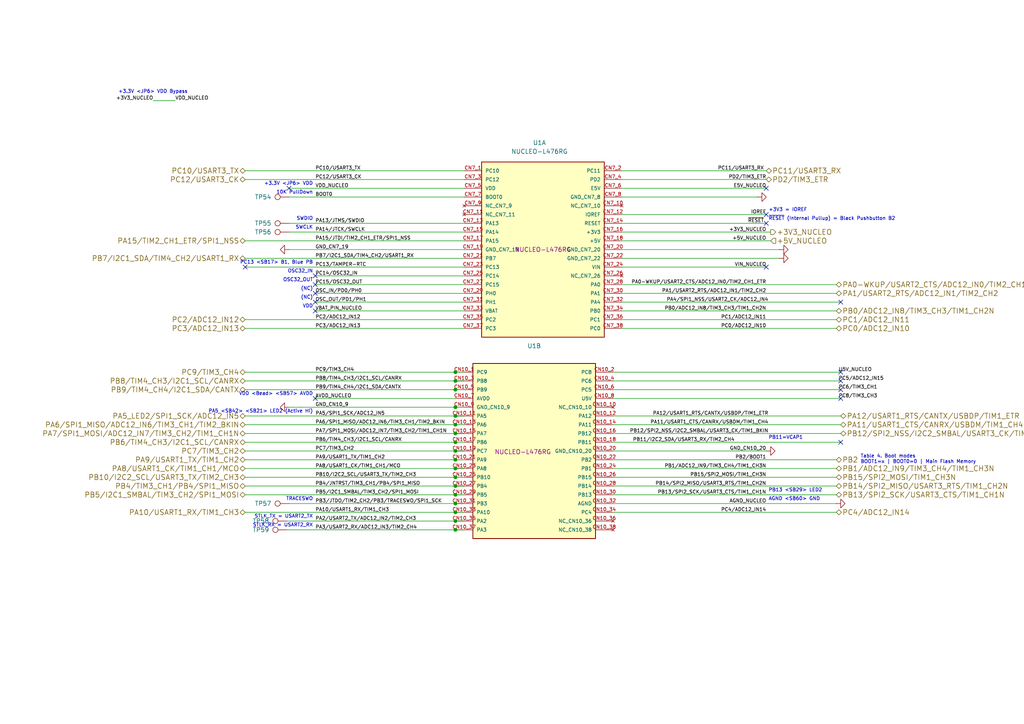
<source format=kicad_sch>
(kicad_sch
	(version 20250114)
	(generator "eeschema")
	(generator_version "9.0")
	(uuid "fdc57161-f7f8-4584-b0ec-8c1aa24339c6")
	(paper "A4")
	(title_block
		(title "MCU")
		(date "2025-03-08")
		(rev "1")
		(company "BCIT BAJA")
		(comment 1 "Parry Zhuo")
	)
	(lib_symbols
		(symbol "Connector:TestPoint"
			(pin_numbers
				(hide yes)
			)
			(pin_names
				(offset 0.762)
				(hide yes)
			)
			(exclude_from_sim no)
			(in_bom yes)
			(on_board yes)
			(property "Reference" "TP"
				(at 0 6.858 0)
				(effects
					(font
						(size 1.27 1.27)
					)
				)
			)
			(property "Value" "TestPoint"
				(at 0 5.08 0)
				(effects
					(font
						(size 1.27 1.27)
					)
				)
			)
			(property "Footprint" ""
				(at 5.08 0 0)
				(effects
					(font
						(size 1.27 1.27)
					)
					(hide yes)
				)
			)
			(property "Datasheet" "~"
				(at 5.08 0 0)
				(effects
					(font
						(size 1.27 1.27)
					)
					(hide yes)
				)
			)
			(property "Description" "test point"
				(at 0 0 0)
				(effects
					(font
						(size 1.27 1.27)
					)
					(hide yes)
				)
			)
			(property "ki_keywords" "test point tp"
				(at 0 0 0)
				(effects
					(font
						(size 1.27 1.27)
					)
					(hide yes)
				)
			)
			(property "ki_fp_filters" "Pin* Test*"
				(at 0 0 0)
				(effects
					(font
						(size 1.27 1.27)
					)
					(hide yes)
				)
			)
			(symbol "TestPoint_0_1"
				(circle
					(center 0 3.302)
					(radius 0.762)
					(stroke
						(width 0)
						(type default)
					)
					(fill
						(type none)
					)
				)
			)
			(symbol "TestPoint_1_1"
				(pin passive line
					(at 0 0 90)
					(length 2.54)
					(name "1"
						(effects
							(font
								(size 1.27 1.27)
							)
						)
					)
					(number "1"
						(effects
							(font
								(size 1.27 1.27)
							)
						)
					)
				)
			)
			(embedded_fonts no)
		)
		(symbol "NUCLEO-L476RG:NUCLEO-L476RG"
			(pin_names
				(offset 1.016)
			)
			(exclude_from_sim no)
			(in_bom yes)
			(on_board yes)
			(property "Reference" "U"
				(at -17.78 26.162 0)
				(effects
					(font
						(size 1.27 1.27)
					)
					(justify left bottom)
				)
			)
			(property "Value" "NUCLEO-L476RG"
				(at -17.78 -27.94 0)
				(effects
					(font
						(size 1.27 1.27)
					)
					(justify left bottom)
				)
			)
			(property "Footprint" "NUCLEO-L476RG:MODULE_NUCLEO-L476RG"
				(at 0 0 0)
				(effects
					(font
						(size 1.27 1.27)
					)
					(justify bottom)
					(hide yes)
				)
			)
			(property "Datasheet" ""
				(at 0 0 0)
				(effects
					(font
						(size 1.27 1.27)
					)
					(hide yes)
				)
			)
			(property "Description" ""
				(at 0 0 0)
				(effects
					(font
						(size 1.27 1.27)
					)
					(hide yes)
				)
			)
			(property "PARTREV" "15"
				(at 0 0 0)
				(effects
					(font
						(size 1.27 1.27)
					)
					(justify bottom)
					(hide yes)
				)
			)
			(property "STANDARD" "Manufacturer Recommendations"
				(at 0 0 0)
				(effects
					(font
						(size 1.27 1.27)
					)
					(justify bottom)
					(hide yes)
				)
			)
			(property "MANUFACTURER" "STmicroelectronics"
				(at 0 0 0)
				(effects
					(font
						(size 1.27 1.27)
					)
					(justify bottom)
					(hide yes)
				)
			)
			(symbol "NUCLEO-L476RG_1_0"
				(rectangle
					(start -17.78 -25.4)
					(end 17.78 25.4)
					(stroke
						(width 0.254)
						(type default)
					)
					(fill
						(type background)
					)
				)
				(pin bidirectional line
					(at -22.86 22.86 0)
					(length 5.08)
					(name "PC10"
						(effects
							(font
								(size 1.016 1.016)
							)
						)
					)
					(number "CN7_1"
						(effects
							(font
								(size 1.016 1.016)
							)
						)
					)
				)
				(pin bidirectional line
					(at -22.86 20.32 0)
					(length 5.08)
					(name "PC12"
						(effects
							(font
								(size 1.016 1.016)
							)
						)
					)
					(number "CN7_3"
						(effects
							(font
								(size 1.016 1.016)
							)
						)
					)
				)
				(pin power_in line
					(at -22.86 17.78 0)
					(length 5.08)
					(name "VDD"
						(effects
							(font
								(size 1.016 1.016)
							)
						)
					)
					(number "CN7_5"
						(effects
							(font
								(size 1.016 1.016)
							)
						)
					)
				)
				(pin input line
					(at -22.86 15.24 0)
					(length 5.08)
					(name "BOOT0"
						(effects
							(font
								(size 1.016 1.016)
							)
						)
					)
					(number "CN7_7"
						(effects
							(font
								(size 1.016 1.016)
							)
						)
					)
				)
				(pin no_connect line
					(at -22.86 12.7 0)
					(length 5.08)
					(name "NC_CN7_9"
						(effects
							(font
								(size 1.016 1.016)
							)
						)
					)
					(number "CN7_9"
						(effects
							(font
								(size 1.016 1.016)
							)
						)
					)
				)
				(pin no_connect line
					(at -22.86 10.16 0)
					(length 5.08)
					(name "NC_CN7_11"
						(effects
							(font
								(size 1.016 1.016)
							)
						)
					)
					(number "CN7_11"
						(effects
							(font
								(size 1.016 1.016)
							)
						)
					)
				)
				(pin bidirectional line
					(at -22.86 7.62 0)
					(length 5.08)
					(name "PA13"
						(effects
							(font
								(size 1.016 1.016)
							)
						)
					)
					(number "CN7_13"
						(effects
							(font
								(size 1.016 1.016)
							)
						)
					)
				)
				(pin bidirectional line
					(at -22.86 5.08 0)
					(length 5.08)
					(name "PA14"
						(effects
							(font
								(size 1.016 1.016)
							)
						)
					)
					(number "CN7_15"
						(effects
							(font
								(size 1.016 1.016)
							)
						)
					)
				)
				(pin bidirectional line
					(at -22.86 2.54 0)
					(length 5.08)
					(name "PA15"
						(effects
							(font
								(size 1.016 1.016)
							)
						)
					)
					(number "CN7_17"
						(effects
							(font
								(size 1.016 1.016)
							)
						)
					)
				)
				(pin power_in line
					(at -22.86 0 0)
					(length 5.08)
					(name "GND_CN7_19"
						(effects
							(font
								(size 1.016 1.016)
							)
						)
					)
					(number "CN7_19"
						(effects
							(font
								(size 1.016 1.016)
							)
						)
					)
				)
				(pin bidirectional line
					(at -22.86 -2.54 0)
					(length 5.08)
					(name "PB7"
						(effects
							(font
								(size 1.016 1.016)
							)
						)
					)
					(number "CN7_21"
						(effects
							(font
								(size 1.016 1.016)
							)
						)
					)
				)
				(pin bidirectional line
					(at -22.86 -5.08 0)
					(length 5.08)
					(name "PC13"
						(effects
							(font
								(size 1.016 1.016)
							)
						)
					)
					(number "CN7_23"
						(effects
							(font
								(size 1.016 1.016)
							)
						)
					)
				)
				(pin bidirectional line
					(at -22.86 -7.62 0)
					(length 5.08)
					(name "PC14"
						(effects
							(font
								(size 1.016 1.016)
							)
						)
					)
					(number "CN7_25"
						(effects
							(font
								(size 1.016 1.016)
							)
						)
					)
				)
				(pin bidirectional line
					(at -22.86 -10.16 0)
					(length 5.08)
					(name "PC15"
						(effects
							(font
								(size 1.016 1.016)
							)
						)
					)
					(number "CN7_27"
						(effects
							(font
								(size 1.016 1.016)
							)
						)
					)
				)
				(pin bidirectional line
					(at -22.86 -12.7 0)
					(length 5.08)
					(name "PH0"
						(effects
							(font
								(size 1.016 1.016)
							)
						)
					)
					(number "CN7_29"
						(effects
							(font
								(size 1.016 1.016)
							)
						)
					)
				)
				(pin bidirectional line
					(at -22.86 -15.24 0)
					(length 5.08)
					(name "PH1"
						(effects
							(font
								(size 1.016 1.016)
							)
						)
					)
					(number "CN7_31"
						(effects
							(font
								(size 1.016 1.016)
							)
						)
					)
				)
				(pin power_in line
					(at -22.86 -17.78 0)
					(length 5.08)
					(name "VBAT"
						(effects
							(font
								(size 1.016 1.016)
							)
						)
					)
					(number "CN7_33"
						(effects
							(font
								(size 1.016 1.016)
							)
						)
					)
				)
				(pin bidirectional line
					(at -22.86 -20.32 0)
					(length 5.08)
					(name "PC2"
						(effects
							(font
								(size 1.016 1.016)
							)
						)
					)
					(number "CN7_35"
						(effects
							(font
								(size 1.016 1.016)
							)
						)
					)
				)
				(pin bidirectional line
					(at -22.86 -22.86 0)
					(length 5.08)
					(name "PC3"
						(effects
							(font
								(size 1.016 1.016)
							)
						)
					)
					(number "CN7_37"
						(effects
							(font
								(size 1.016 1.016)
							)
						)
					)
				)
				(pin bidirectional line
					(at 22.86 22.86 180)
					(length 5.08)
					(name "PC11"
						(effects
							(font
								(size 1.016 1.016)
							)
						)
					)
					(number "CN7_2"
						(effects
							(font
								(size 1.016 1.016)
							)
						)
					)
				)
				(pin bidirectional line
					(at 22.86 20.32 180)
					(length 5.08)
					(name "PD2"
						(effects
							(font
								(size 1.016 1.016)
							)
						)
					)
					(number "CN7_4"
						(effects
							(font
								(size 1.016 1.016)
							)
						)
					)
				)
				(pin power_in line
					(at 22.86 17.78 180)
					(length 5.08)
					(name "E5V"
						(effects
							(font
								(size 1.016 1.016)
							)
						)
					)
					(number "CN7_6"
						(effects
							(font
								(size 1.016 1.016)
							)
						)
					)
				)
				(pin power_in line
					(at 22.86 15.24 180)
					(length 5.08)
					(name "GND_CN7_8"
						(effects
							(font
								(size 1.016 1.016)
							)
						)
					)
					(number "CN7_8"
						(effects
							(font
								(size 1.016 1.016)
							)
						)
					)
				)
				(pin no_connect line
					(at 22.86 12.7 180)
					(length 5.08)
					(name "NC_CN7_10"
						(effects
							(font
								(size 1.016 1.016)
							)
						)
					)
					(number "CN7_10"
						(effects
							(font
								(size 1.016 1.016)
							)
						)
					)
				)
				(pin input line
					(at 22.86 10.16 180)
					(length 5.08)
					(name "IOREF"
						(effects
							(font
								(size 1.016 1.016)
							)
						)
					)
					(number "CN7_12"
						(effects
							(font
								(size 1.016 1.016)
							)
						)
					)
				)
				(pin input line
					(at 22.86 7.62 180)
					(length 5.08)
					(name "RESET"
						(effects
							(font
								(size 1.016 1.016)
							)
						)
					)
					(number "CN7_14"
						(effects
							(font
								(size 1.016 1.016)
							)
						)
					)
				)
				(pin power_in line
					(at 22.86 5.08 180)
					(length 5.08)
					(name "+3V3"
						(effects
							(font
								(size 1.016 1.016)
							)
						)
					)
					(number "CN7_16"
						(effects
							(font
								(size 1.016 1.016)
							)
						)
					)
				)
				(pin power_in line
					(at 22.86 2.54 180)
					(length 5.08)
					(name "+5V"
						(effects
							(font
								(size 1.016 1.016)
							)
						)
					)
					(number "CN7_18"
						(effects
							(font
								(size 1.016 1.016)
							)
						)
					)
				)
				(pin power_in line
					(at 22.86 0 180)
					(length 5.08)
					(name "GND_CN7_20"
						(effects
							(font
								(size 1.016 1.016)
							)
						)
					)
					(number "CN7_20"
						(effects
							(font
								(size 1.016 1.016)
							)
						)
					)
				)
				(pin power_in line
					(at 22.86 -2.54 180)
					(length 5.08)
					(name "GND_CN7_22"
						(effects
							(font
								(size 1.016 1.016)
							)
						)
					)
					(number "CN7_22"
						(effects
							(font
								(size 1.016 1.016)
							)
						)
					)
				)
				(pin power_in line
					(at 22.86 -5.08 180)
					(length 5.08)
					(name "VIN"
						(effects
							(font
								(size 1.016 1.016)
							)
						)
					)
					(number "CN7_24"
						(effects
							(font
								(size 1.016 1.016)
							)
						)
					)
				)
				(pin no_connect line
					(at 22.86 -7.62 180)
					(length 5.08)
					(name "NC_CN7_26"
						(effects
							(font
								(size 1.016 1.016)
							)
						)
					)
					(number "CN7_26"
						(effects
							(font
								(size 1.016 1.016)
							)
						)
					)
				)
				(pin bidirectional line
					(at 22.86 -10.16 180)
					(length 5.08)
					(name "PA0"
						(effects
							(font
								(size 1.016 1.016)
							)
						)
					)
					(number "CN7_28"
						(effects
							(font
								(size 1.016 1.016)
							)
						)
					)
				)
				(pin bidirectional line
					(at 22.86 -12.7 180)
					(length 5.08)
					(name "PA1"
						(effects
							(font
								(size 1.016 1.016)
							)
						)
					)
					(number "CN7_30"
						(effects
							(font
								(size 1.016 1.016)
							)
						)
					)
				)
				(pin bidirectional line
					(at 22.86 -15.24 180)
					(length 5.08)
					(name "PA4"
						(effects
							(font
								(size 1.016 1.016)
							)
						)
					)
					(number "CN7_32"
						(effects
							(font
								(size 1.016 1.016)
							)
						)
					)
				)
				(pin bidirectional line
					(at 22.86 -17.78 180)
					(length 5.08)
					(name "PB0"
						(effects
							(font
								(size 1.016 1.016)
							)
						)
					)
					(number "CN7_34"
						(effects
							(font
								(size 1.016 1.016)
							)
						)
					)
				)
				(pin bidirectional line
					(at 22.86 -20.32 180)
					(length 5.08)
					(name "PC1"
						(effects
							(font
								(size 1.016 1.016)
							)
						)
					)
					(number "CN7_36"
						(effects
							(font
								(size 1.016 1.016)
							)
						)
					)
				)
				(pin bidirectional line
					(at 22.86 -22.86 180)
					(length 5.08)
					(name "PC0"
						(effects
							(font
								(size 1.016 1.016)
							)
						)
					)
					(number "CN7_38"
						(effects
							(font
								(size 1.016 1.016)
							)
						)
					)
				)
			)
			(symbol "NUCLEO-L476RG_2_0"
				(rectangle
					(start -17.78 -25.4)
					(end 17.78 25.4)
					(stroke
						(width 0.254)
						(type default)
					)
					(fill
						(type background)
					)
				)
				(pin bidirectional line
					(at -22.86 22.86 0)
					(length 5.08)
					(name "PC9"
						(effects
							(font
								(size 1.016 1.016)
							)
						)
					)
					(number "CN10_1"
						(effects
							(font
								(size 1.016 1.016)
							)
						)
					)
				)
				(pin bidirectional line
					(at -22.86 20.32 0)
					(length 5.08)
					(name "PB8"
						(effects
							(font
								(size 1.016 1.016)
							)
						)
					)
					(number "CN10_3"
						(effects
							(font
								(size 1.016 1.016)
							)
						)
					)
				)
				(pin bidirectional line
					(at -22.86 17.78 0)
					(length 5.08)
					(name "PB9"
						(effects
							(font
								(size 1.016 1.016)
							)
						)
					)
					(number "CN10_5"
						(effects
							(font
								(size 1.016 1.016)
							)
						)
					)
				)
				(pin power_in line
					(at -22.86 15.24 0)
					(length 5.08)
					(name "AVDD"
						(effects
							(font
								(size 1.016 1.016)
							)
						)
					)
					(number "CN10_7"
						(effects
							(font
								(size 1.016 1.016)
							)
						)
					)
				)
				(pin power_in line
					(at -22.86 12.7 0)
					(length 5.08)
					(name "GND_CN10_9"
						(effects
							(font
								(size 1.016 1.016)
							)
						)
					)
					(number "CN10_9"
						(effects
							(font
								(size 1.016 1.016)
							)
						)
					)
				)
				(pin bidirectional line
					(at -22.86 10.16 0)
					(length 5.08)
					(name "PA5"
						(effects
							(font
								(size 1.016 1.016)
							)
						)
					)
					(number "CN10_11"
						(effects
							(font
								(size 1.016 1.016)
							)
						)
					)
				)
				(pin bidirectional line
					(at -22.86 7.62 0)
					(length 5.08)
					(name "PA6"
						(effects
							(font
								(size 1.016 1.016)
							)
						)
					)
					(number "CN10_13"
						(effects
							(font
								(size 1.016 1.016)
							)
						)
					)
				)
				(pin bidirectional line
					(at -22.86 5.08 0)
					(length 5.08)
					(name "PA7"
						(effects
							(font
								(size 1.016 1.016)
							)
						)
					)
					(number "CN10_15"
						(effects
							(font
								(size 1.016 1.016)
							)
						)
					)
				)
				(pin bidirectional line
					(at -22.86 2.54 0)
					(length 5.08)
					(name "PB6"
						(effects
							(font
								(size 1.016 1.016)
							)
						)
					)
					(number "CN10_17"
						(effects
							(font
								(size 1.016 1.016)
							)
						)
					)
				)
				(pin bidirectional line
					(at -22.86 0 0)
					(length 5.08)
					(name "PC7"
						(effects
							(font
								(size 1.016 1.016)
							)
						)
					)
					(number "CN10_19"
						(effects
							(font
								(size 1.016 1.016)
							)
						)
					)
				)
				(pin bidirectional line
					(at -22.86 -2.54 0)
					(length 5.08)
					(name "PA9"
						(effects
							(font
								(size 1.016 1.016)
							)
						)
					)
					(number "CN10_21"
						(effects
							(font
								(size 1.016 1.016)
							)
						)
					)
				)
				(pin bidirectional line
					(at -22.86 -5.08 0)
					(length 5.08)
					(name "PA8"
						(effects
							(font
								(size 1.016 1.016)
							)
						)
					)
					(number "CN10_23"
						(effects
							(font
								(size 1.016 1.016)
							)
						)
					)
				)
				(pin bidirectional line
					(at -22.86 -7.62 0)
					(length 5.08)
					(name "PB10"
						(effects
							(font
								(size 1.016 1.016)
							)
						)
					)
					(number "CN10_25"
						(effects
							(font
								(size 1.016 1.016)
							)
						)
					)
				)
				(pin bidirectional line
					(at -22.86 -10.16 0)
					(length 5.08)
					(name "PB4"
						(effects
							(font
								(size 1.016 1.016)
							)
						)
					)
					(number "CN10_27"
						(effects
							(font
								(size 1.016 1.016)
							)
						)
					)
				)
				(pin bidirectional line
					(at -22.86 -12.7 0)
					(length 5.08)
					(name "PB5"
						(effects
							(font
								(size 1.016 1.016)
							)
						)
					)
					(number "CN10_29"
						(effects
							(font
								(size 1.016 1.016)
							)
						)
					)
				)
				(pin bidirectional line
					(at -22.86 -15.24 0)
					(length 5.08)
					(name "PB3"
						(effects
							(font
								(size 1.016 1.016)
							)
						)
					)
					(number "CN10_31"
						(effects
							(font
								(size 1.016 1.016)
							)
						)
					)
				)
				(pin bidirectional line
					(at -22.86 -17.78 0)
					(length 5.08)
					(name "PA10"
						(effects
							(font
								(size 1.016 1.016)
							)
						)
					)
					(number "CN10_33"
						(effects
							(font
								(size 1.016 1.016)
							)
						)
					)
				)
				(pin bidirectional line
					(at -22.86 -20.32 0)
					(length 5.08)
					(name "PA2"
						(effects
							(font
								(size 1.016 1.016)
							)
						)
					)
					(number "CN10_35"
						(effects
							(font
								(size 1.016 1.016)
							)
						)
					)
				)
				(pin bidirectional line
					(at -22.86 -22.86 0)
					(length 5.08)
					(name "PA3"
						(effects
							(font
								(size 1.016 1.016)
							)
						)
					)
					(number "CN10_37"
						(effects
							(font
								(size 1.016 1.016)
							)
						)
					)
				)
				(pin bidirectional line
					(at 22.86 22.86 180)
					(length 5.08)
					(name "PC8"
						(effects
							(font
								(size 1.016 1.016)
							)
						)
					)
					(number "CN10_2"
						(effects
							(font
								(size 1.016 1.016)
							)
						)
					)
				)
				(pin bidirectional line
					(at 22.86 20.32 180)
					(length 5.08)
					(name "PC6"
						(effects
							(font
								(size 1.016 1.016)
							)
						)
					)
					(number "CN10_4"
						(effects
							(font
								(size 1.016 1.016)
							)
						)
					)
				)
				(pin bidirectional line
					(at 22.86 17.78 180)
					(length 5.08)
					(name "PC5"
						(effects
							(font
								(size 1.016 1.016)
							)
						)
					)
					(number "CN10_6"
						(effects
							(font
								(size 1.016 1.016)
							)
						)
					)
				)
				(pin power_in line
					(at 22.86 15.24 180)
					(length 5.08)
					(name "U5V"
						(effects
							(font
								(size 1.016 1.016)
							)
						)
					)
					(number "CN10_8"
						(effects
							(font
								(size 1.016 1.016)
							)
						)
					)
				)
				(pin no_connect line
					(at 22.86 12.7 180)
					(length 5.08)
					(name "NC_CN10_10"
						(effects
							(font
								(size 1.016 1.016)
							)
						)
					)
					(number "CN10_10"
						(effects
							(font
								(size 1.016 1.016)
							)
						)
					)
				)
				(pin bidirectional line
					(at 22.86 10.16 180)
					(length 5.08)
					(name "PA12"
						(effects
							(font
								(size 1.016 1.016)
							)
						)
					)
					(number "CN10_12"
						(effects
							(font
								(size 1.016 1.016)
							)
						)
					)
				)
				(pin bidirectional line
					(at 22.86 7.62 180)
					(length 5.08)
					(name "PA11"
						(effects
							(font
								(size 1.016 1.016)
							)
						)
					)
					(number "CN10_14"
						(effects
							(font
								(size 1.016 1.016)
							)
						)
					)
				)
				(pin bidirectional line
					(at 22.86 5.08 180)
					(length 5.08)
					(name "PB12"
						(effects
							(font
								(size 1.016 1.016)
							)
						)
					)
					(number "CN10_16"
						(effects
							(font
								(size 1.016 1.016)
							)
						)
					)
				)
				(pin bidirectional line
					(at 22.86 2.54 180)
					(length 5.08)
					(name "PB11"
						(effects
							(font
								(size 1.016 1.016)
							)
						)
					)
					(number "CN10_18"
						(effects
							(font
								(size 1.016 1.016)
							)
						)
					)
				)
				(pin power_in line
					(at 22.86 0 180)
					(length 5.08)
					(name "GND_CN10_20"
						(effects
							(font
								(size 1.016 1.016)
							)
						)
					)
					(number "CN10_20"
						(effects
							(font
								(size 1.016 1.016)
							)
						)
					)
				)
				(pin bidirectional line
					(at 22.86 -2.54 180)
					(length 5.08)
					(name "PB2"
						(effects
							(font
								(size 1.016 1.016)
							)
						)
					)
					(number "CN10_22"
						(effects
							(font
								(size 1.016 1.016)
							)
						)
					)
				)
				(pin bidirectional line
					(at 22.86 -5.08 180)
					(length 5.08)
					(name "PB1"
						(effects
							(font
								(size 1.016 1.016)
							)
						)
					)
					(number "CN10_24"
						(effects
							(font
								(size 1.016 1.016)
							)
						)
					)
				)
				(pin bidirectional line
					(at 22.86 -7.62 180)
					(length 5.08)
					(name "PB15"
						(effects
							(font
								(size 1.016 1.016)
							)
						)
					)
					(number "CN10_26"
						(effects
							(font
								(size 1.016 1.016)
							)
						)
					)
				)
				(pin bidirectional line
					(at 22.86 -10.16 180)
					(length 5.08)
					(name "PB14"
						(effects
							(font
								(size 1.016 1.016)
							)
						)
					)
					(number "CN10_28"
						(effects
							(font
								(size 1.016 1.016)
							)
						)
					)
				)
				(pin bidirectional line
					(at 22.86 -12.7 180)
					(length 5.08)
					(name "PB13"
						(effects
							(font
								(size 1.016 1.016)
							)
						)
					)
					(number "CN10_30"
						(effects
							(font
								(size 1.016 1.016)
							)
						)
					)
				)
				(pin power_in line
					(at 22.86 -15.24 180)
					(length 5.08)
					(name "AGND"
						(effects
							(font
								(size 1.016 1.016)
							)
						)
					)
					(number "CN10_32"
						(effects
							(font
								(size 1.016 1.016)
							)
						)
					)
				)
				(pin bidirectional line
					(at 22.86 -17.78 180)
					(length 5.08)
					(name "PC4"
						(effects
							(font
								(size 1.016 1.016)
							)
						)
					)
					(number "CN10_34"
						(effects
							(font
								(size 1.016 1.016)
							)
						)
					)
				)
				(pin no_connect line
					(at 22.86 -20.32 180)
					(length 5.08)
					(name "NC_CN10_36"
						(effects
							(font
								(size 1.016 1.016)
							)
						)
					)
					(number "CN10_36"
						(effects
							(font
								(size 1.016 1.016)
							)
						)
					)
				)
				(pin no_connect line
					(at 22.86 -22.86 180)
					(length 5.08)
					(name "NC_CN10_38"
						(effects
							(font
								(size 1.016 1.016)
							)
						)
					)
					(number "CN10_38"
						(effects
							(font
								(size 1.016 1.016)
							)
						)
					)
				)
			)
			(embedded_fonts no)
		)
		(symbol "power:GND"
			(power)
			(pin_numbers
				(hide yes)
			)
			(pin_names
				(offset 0)
				(hide yes)
			)
			(exclude_from_sim no)
			(in_bom yes)
			(on_board yes)
			(property "Reference" "#PWR"
				(at 0 -6.35 0)
				(effects
					(font
						(size 1.27 1.27)
					)
					(hide yes)
				)
			)
			(property "Value" "GND"
				(at 0 -3.81 0)
				(effects
					(font
						(size 1.27 1.27)
					)
				)
			)
			(property "Footprint" ""
				(at 0 0 0)
				(effects
					(font
						(size 1.27 1.27)
					)
					(hide yes)
				)
			)
			(property "Datasheet" ""
				(at 0 0 0)
				(effects
					(font
						(size 1.27 1.27)
					)
					(hide yes)
				)
			)
			(property "Description" "Power symbol creates a global label with name \"GND\" , ground"
				(at 0 0 0)
				(effects
					(font
						(size 1.27 1.27)
					)
					(hide yes)
				)
			)
			(property "ki_keywords" "global power"
				(at 0 0 0)
				(effects
					(font
						(size 1.27 1.27)
					)
					(hide yes)
				)
			)
			(symbol "GND_0_1"
				(polyline
					(pts
						(xy 0 0) (xy 0 -1.27) (xy 1.27 -1.27) (xy 0 -2.54) (xy -1.27 -1.27) (xy 0 -1.27)
					)
					(stroke
						(width 0)
						(type default)
					)
					(fill
						(type none)
					)
				)
			)
			(symbol "GND_1_1"
				(pin power_in line
					(at 0 0 270)
					(length 0)
					(name "~"
						(effects
							(font
								(size 1.27 1.27)
							)
						)
					)
					(number "1"
						(effects
							(font
								(size 1.27 1.27)
							)
						)
					)
				)
			)
			(embedded_fonts no)
		)
	)
	(text "STLK_TX = USART2_TX"
		(exclude_from_sim no)
		(at 90.805 149.86 0)
		(effects
			(font
				(size 1 1)
			)
			(justify right)
		)
		(uuid "02906d95-57bb-4471-8e3f-1d4e14239981")
	)
	(text "PA5 <SB42> <SB21> LED2 (Active Hi)"
		(exclude_from_sim no)
		(at 90.805 119.38 0)
		(effects
			(font
				(size 1 1)
			)
			(justify right)
		)
		(uuid "03ebb63d-8fb3-411d-92f1-0e54a294ca64")
	)
	(text ""
		(exclude_from_sim no)
		(at 139.7 158.75 0)
		(effects
			(font
				(size 1 1)
			)
			(justify left)
		)
		(uuid "07833a8f-cf9c-4d96-8efb-8abdfe6eda9e")
	)
	(text "+3.3V <JP6> VDD Bypass"
		(exclude_from_sim no)
		(at 34.29 26.67 0)
		(effects
			(font
				(size 1 1)
			)
			(justify left)
		)
		(uuid "25d8383d-db79-4a5c-ab90-be79431ed678")
	)
	(text "SWCLK"
		(exclude_from_sim no)
		(at 90.805 66.04 0)
		(effects
			(font
				(size 1 1)
			)
			(justify right)
		)
		(uuid "2702c552-a5ae-4137-b803-a5feb576c7df")
	)
	(text "10K PullDown"
		(exclude_from_sim no)
		(at 90.805 55.88 0)
		(effects
			(font
				(size 1 1)
			)
			(justify right)
		)
		(uuid "2c9b7293-2804-4eb2-b47b-357266e07037")
	)
	(text "VDD"
		(exclude_from_sim no)
		(at 90.805 88.9 0)
		(effects
			(font
				(size 1 1)
			)
			(justify right)
		)
		(uuid "351865a8-02f4-49aa-9f5d-b3514a45bab3")
	)
	(text "+3V3 = IOREF"
		(exclude_from_sim no)
		(at 222.885 60.96 0)
		(effects
			(font
				(size 1 1)
			)
			(justify left)
		)
		(uuid "3c8f2696-0190-4bcb-b709-09fe3063e1a4")
	)
	(text "TRACESWO"
		(exclude_from_sim no)
		(at 90.805 144.78 0)
		(effects
			(font
				(size 1 1)
			)
			(justify right)
		)
		(uuid "3d21dd2f-0227-49aa-b56b-9f0bcd05f611")
	)
	(text "Table 4. Boot modes\nBOOT1=x | BOOT0=0 | Main Flash Memory"
		(exclude_from_sim no)
		(at 249.555 134.62 0)
		(effects
			(font
				(size 1 1)
			)
			(justify left bottom)
		)
		(uuid "43e8df3f-ef3c-4a81-827c-865c29a28e78")
	)
	(text "(NC)"
		(exclude_from_sim no)
		(at 90.805 86.36 0)
		(effects
			(font
				(size 1 1)
			)
			(justify right)
		)
		(uuid "547870a3-78af-4bc8-9920-9fed68ef3ae0")
	)
	(text "(NC)\n"
		(exclude_from_sim no)
		(at 90.805 83.82 0)
		(effects
			(font
				(size 1 1)
			)
			(justify right)
		)
		(uuid "63c6c14f-2df2-478a-98d2-5ba008a3472c")
	)
	(text "PB13 <SB29> LED2"
		(exclude_from_sim no)
		(at 222.885 142.24 0)
		(effects
			(font
				(size 1 1)
			)
			(justify left)
		)
		(uuid "6887ac64-194c-4eef-ba93-606342994967")
	)
	(text "~{RESET} (Internal Pullup) = Black Pushbutton B2"
		(exclude_from_sim no)
		(at 222.885 63.5 0)
		(effects
			(font
				(size 1 1)
			)
			(justify left)
		)
		(uuid "76ea548a-3c08-41bc-8276-65a0521e2630")
	)
	(text "AGND <SB60> GND"
		(exclude_from_sim no)
		(at 222.885 144.78 0)
		(effects
			(font
				(size 1 1)
			)
			(justify left)
		)
		(uuid "81adc9ac-c2f7-423c-87ec-da0124229f2e")
	)
	(text "STLK_RX = USART2_RX"
		(exclude_from_sim no)
		(at 90.805 152.4 0)
		(effects
			(font
				(size 1 1)
			)
			(justify right)
		)
		(uuid "97171550-a9cd-4c30-91bf-d75c4e70d6d3")
	)
	(text "VDD <Bead> <SB57> AVDD"
		(exclude_from_sim no)
		(at 90.805 114.3 0)
		(effects
			(font
				(size 1 1)
			)
			(justify right)
		)
		(uuid "b0eb2804-d551-4d5b-bbbd-c5e35af8cefe")
	)
	(text "PC13 <SB17> B1, Blue PB"
		(exclude_from_sim no)
		(at 90.805 76.2 0)
		(effects
			(font
				(size 1 1)
			)
			(justify right)
		)
		(uuid "cb4e2105-09fd-47af-be61-1d433578a9ff")
	)
	(text "OSC32_IN\n"
		(exclude_from_sim no)
		(at 90.805 78.74 0)
		(effects
			(font
				(size 1 1)
			)
			(justify right)
		)
		(uuid "ce40280c-47ec-4912-a9a6-604c32c775b9")
	)
	(text "OSC32_OUT\n"
		(exclude_from_sim no)
		(at 90.805 81.28 0)
		(effects
			(font
				(size 1 1)
			)
			(justify right)
		)
		(uuid "e9724bd4-a9ce-4cff-a2f8-d1cf6c4ba07e")
	)
	(text "SWDIO\n"
		(exclude_from_sim no)
		(at 90.805 63.5 0)
		(effects
			(font
				(size 1 1)
			)
			(justify right)
		)
		(uuid "ecc5763f-fcf2-40b2-be1e-b0f1b8c4b700")
	)
	(text "+3.3V <JP6> VDD"
		(exclude_from_sim no)
		(at 90.805 53.34 0)
		(effects
			(font
				(size 1 1)
			)
			(justify right)
		)
		(uuid "f4c0c612-f2e9-4a25-95c8-91efd0c4d615")
	)
	(text "PB11=VCAP1"
		(exclude_from_sim no)
		(at 222.885 127 0)
		(effects
			(font
				(size 1 1)
			)
			(justify left)
		)
		(uuid "f5d7ee54-d756-47a3-9c74-14a0ae09fc5b")
	)
	(junction
		(at 132.08 153.67)
		(diameter 0)
		(color 0 0 0 0)
		(uuid "0e77531a-0299-4b81-959f-ddac7d0b3348")
	)
	(junction
		(at 132.08 135.89)
		(diameter 0)
		(color 0 0 0 0)
		(uuid "1c91fbd2-bfc4-4794-8a63-23a2974be383")
	)
	(junction
		(at 132.08 120.65)
		(diameter 0)
		(color 0 0 0 0)
		(uuid "29b97b42-0f8f-4a22-9c9f-c3e4a523aac0")
	)
	(junction
		(at 132.08 107.95)
		(diameter 0)
		(color 0 0 0 0)
		(uuid "384b9221-20ef-44f8-bf26-874b19f6709c")
	)
	(junction
		(at 132.08 140.97)
		(diameter 0)
		(color 0 0 0 0)
		(uuid "3a15e5af-e3f4-4882-bded-6e6cf3833720")
	)
	(junction
		(at 132.08 151.13)
		(diameter 0)
		(color 0 0 0 0)
		(uuid "52295876-f322-4ddb-ab03-8f6f9fce93fc")
	)
	(junction
		(at 132.08 138.43)
		(diameter 0)
		(color 0 0 0 0)
		(uuid "553be3d1-d62a-424e-a448-ac4484dc5c6d")
	)
	(junction
		(at 132.08 130.81)
		(diameter 0)
		(color 0 0 0 0)
		(uuid "5fee9aae-95dd-4b89-ad5d-66eaaafb988b")
	)
	(junction
		(at 132.08 113.03)
		(diameter 0)
		(color 0 0 0 0)
		(uuid "6952baa1-d06d-4c60-bba0-4912338f8de9")
	)
	(junction
		(at 132.08 128.27)
		(diameter 0)
		(color 0 0 0 0)
		(uuid "699a16ab-d1ca-493b-be88-c7df1c37c5e3")
	)
	(junction
		(at 132.08 118.11)
		(diameter 0)
		(color 0 0 0 0)
		(uuid "7150db63-6f07-4b1c-809c-f161b47b1484")
	)
	(junction
		(at 132.08 110.49)
		(diameter 0)
		(color 0 0 0 0)
		(uuid "8d72092a-866c-45e8-8efa-fa12eb827034")
	)
	(junction
		(at 132.08 125.73)
		(diameter 0)
		(color 0 0 0 0)
		(uuid "971fcce0-543b-4730-ac1f-9ae36b176f8a")
	)
	(junction
		(at 132.08 143.51)
		(diameter 0)
		(color 0 0 0 0)
		(uuid "9b54b882-4d82-49f4-8a53-2fbeffcd3b2b")
	)
	(junction
		(at 132.08 133.35)
		(diameter 0)
		(color 0 0 0 0)
		(uuid "a01a4120-949f-4d93-a859-e52ba785e84c")
	)
	(junction
		(at 132.08 148.59)
		(diameter 0)
		(color 0 0 0 0)
		(uuid "c3be661c-3643-472c-a463-cd41f1cf454f")
	)
	(junction
		(at 132.08 146.05)
		(diameter 0)
		(color 0 0 0 0)
		(uuid "df11ba7e-921e-4e28-a5a6-c175f97048ab")
	)
	(junction
		(at 132.08 123.19)
		(diameter 0)
		(color 0 0 0 0)
		(uuid "e98ad0fd-457d-47d3-8a79-826df8ccee9c")
	)
	(no_connect
		(at 91.44 87.63)
		(uuid "01f4d558-cf51-4077-ae21-f5b4b24b1a0e")
	)
	(no_connect
		(at 243.84 107.95)
		(uuid "0767779a-007c-48fe-8a6a-6bea178a8330")
	)
	(no_connect
		(at 91.44 90.17)
		(uuid "0ae578f2-9bad-4005-b513-f0cc48cbf087")
	)
	(no_connect
		(at 91.44 80.01)
		(uuid "15ef8f22-8b59-4c9d-992f-90f01a2c6a15")
	)
	(no_connect
		(at 91.44 115.57)
		(uuid "184960f3-e581-4bda-af5a-4d94bfd0e246")
	)
	(no_connect
		(at 83.82 54.61)
		(uuid "34bb5ea3-5015-4a4c-a209-7fd33a2232d4")
	)
	(no_connect
		(at 243.84 87.63)
		(uuid "53db8c55-873a-43e0-965e-fe78aae64336")
	)
	(no_connect
		(at 243.84 115.57)
		(uuid "5d6f7785-a65f-4481-aace-77759c781418")
	)
	(no_connect
		(at 222.25 62.23)
		(uuid "73d4a6d9-d216-404f-8a72-d6f04c3dff2e")
	)
	(no_connect
		(at 91.44 85.09)
		(uuid "7634918f-b5da-4c1a-bd50-eff34ade6f4c")
	)
	(no_connect
		(at 222.25 77.47)
		(uuid "8122a958-2b5a-4b2a-b3ee-af713ab343b8")
	)
	(no_connect
		(at 243.84 128.27)
		(uuid "8b51d92b-fdb3-474e-8461-5b67dd041ee6")
	)
	(no_connect
		(at 243.84 110.49)
		(uuid "8f6d7bc7-16f0-4db4-bd30-2e23c19f869b")
	)
	(no_connect
		(at 243.84 113.03)
		(uuid "950ae449-4ea0-4761-8556-ce5223ac7414")
	)
	(no_connect
		(at 222.25 64.77)
		(uuid "a4c27b48-7b2c-4af8-b361-81424bce862a")
	)
	(no_connect
		(at 222.25 54.61)
		(uuid "d1c46188-b5c5-48d0-b947-c6945730de61")
	)
	(no_connect
		(at 71.12 77.47)
		(uuid "d3d78011-d6ed-45cc-b4fc-4471136c2448")
	)
	(no_connect
		(at 91.44 82.55)
		(uuid "e8e797d5-ba2e-448b-8678-fed4e03dd5c1")
	)
	(wire
		(pts
			(xy 177.8 138.43) (xy 242.57 138.43)
		)
		(stroke
			(width 0)
			(type default)
		)
		(uuid "0346d85f-1dcc-4a86-a48a-d50cb3070998")
	)
	(wire
		(pts
			(xy 71.12 128.27) (xy 132.08 128.27)
		)
		(stroke
			(width 0)
			(type default)
		)
		(uuid "06ccc033-acdb-4a53-b18e-013d7a8971ef")
	)
	(wire
		(pts
			(xy 177.8 123.19) (xy 243.84 123.19)
		)
		(stroke
			(width 0)
			(type default)
		)
		(uuid "06e711da-76ad-440c-8cbd-55bd27cc5e1a")
	)
	(wire
		(pts
			(xy 132.08 135.89) (xy 134.62 135.89)
		)
		(stroke
			(width 0)
			(type default)
		)
		(uuid "0a39d83c-f5a1-4e3e-8063-94e18886e219")
	)
	(wire
		(pts
			(xy 180.34 82.55) (xy 242.57 82.55)
		)
		(stroke
			(width 0)
			(type default)
		)
		(uuid "0de7be9d-c673-4835-b087-12a98899448e")
	)
	(wire
		(pts
			(xy 132.08 118.11) (xy 134.62 118.11)
		)
		(stroke
			(width 0)
			(type default)
		)
		(uuid "13bd3247-d420-42e2-9b47-cd01434b6df5")
	)
	(wire
		(pts
			(xy 132.08 123.19) (xy 134.62 123.19)
		)
		(stroke
			(width 0)
			(type default)
		)
		(uuid "14cb6b3a-15d4-4770-a029-0a06d9f52158")
	)
	(wire
		(pts
			(xy 71.12 74.93) (xy 134.62 74.93)
		)
		(stroke
			(width 0)
			(type default)
		)
		(uuid "1761aa75-d3a2-4aff-9aa8-36609d7b4014")
	)
	(wire
		(pts
			(xy 180.34 69.85) (xy 223.52 69.85)
		)
		(stroke
			(width 0)
			(type default)
		)
		(uuid "17ce67b3-23d6-4e24-bd4d-f1a88b10d123")
	)
	(wire
		(pts
			(xy 243.84 128.27) (xy 177.8 128.27)
		)
		(stroke
			(width 0)
			(type default)
		)
		(uuid "180df36e-361a-4678-b27f-b4da1aaf5f7b")
	)
	(wire
		(pts
			(xy 180.34 72.39) (xy 226.06 72.39)
		)
		(stroke
			(width 0)
			(type default)
		)
		(uuid "1888b7da-fd80-4d9d-bb61-729a5f44dd03")
	)
	(wire
		(pts
			(xy 132.08 140.97) (xy 134.62 140.97)
		)
		(stroke
			(width 0)
			(type default)
		)
		(uuid "1889811c-8c37-4f54-b5ab-c196c1c487af")
	)
	(wire
		(pts
			(xy 177.8 115.57) (xy 243.84 115.57)
		)
		(stroke
			(width 0)
			(type default)
		)
		(uuid "223a77f7-3744-4cf1-b512-119fc7da21fb")
	)
	(wire
		(pts
			(xy 44.45 29.21) (xy 50.8 29.21)
		)
		(stroke
			(width 0)
			(type default)
		)
		(uuid "25b2d2ec-9266-4fd6-aba2-d3261b105af0")
	)
	(wire
		(pts
			(xy 180.34 62.23) (xy 222.25 62.23)
		)
		(stroke
			(width 0)
			(type default)
		)
		(uuid "28399668-2fde-4a54-a64e-1cc401fc6ce2")
	)
	(wire
		(pts
			(xy 180.34 87.63) (xy 243.84 87.63)
		)
		(stroke
			(width 0)
			(type default)
		)
		(uuid "28e2714d-532f-40d6-8924-de9727b542ee")
	)
	(wire
		(pts
			(xy 180.34 74.93) (xy 226.06 74.93)
		)
		(stroke
			(width 0)
			(type default)
		)
		(uuid "2d452bef-b8b3-4e45-bdb7-b6bd77bf368c")
	)
	(wire
		(pts
			(xy 132.08 138.43) (xy 134.62 138.43)
		)
		(stroke
			(width 0)
			(type default)
		)
		(uuid "2e533051-5f10-4d7f-8ac5-fa1d0746eb25")
	)
	(wire
		(pts
			(xy 91.44 87.63) (xy 134.62 87.63)
		)
		(stroke
			(width 0)
			(type default)
		)
		(uuid "3559228b-3597-4511-8e1f-ad9251b5ab28")
	)
	(wire
		(pts
			(xy 71.12 120.65) (xy 132.08 120.65)
		)
		(stroke
			(width 0)
			(type default)
		)
		(uuid "367de7c2-2a8e-4c63-bdbe-658e810d4c58")
	)
	(wire
		(pts
			(xy 132.08 133.35) (xy 134.62 133.35)
		)
		(stroke
			(width 0)
			(type default)
		)
		(uuid "3b59c16f-7d9e-4f41-b294-8f8b2eb8768b")
	)
	(wire
		(pts
			(xy 71.12 92.71) (xy 134.62 92.71)
		)
		(stroke
			(width 0)
			(type default)
		)
		(uuid "3f18d4fb-e028-494a-8256-177aced9a916")
	)
	(wire
		(pts
			(xy 83.185 153.67) (xy 132.08 153.67)
		)
		(stroke
			(width 0)
			(type default)
		)
		(uuid "4018b00f-dde1-42f0-bce0-3ecb4dfb92c2")
	)
	(wire
		(pts
			(xy 71.12 123.19) (xy 132.08 123.19)
		)
		(stroke
			(width 0)
			(type default)
		)
		(uuid "42bed7d2-8fa2-4298-826d-f48404b12dc4")
	)
	(wire
		(pts
			(xy 71.12 95.25) (xy 134.62 95.25)
		)
		(stroke
			(width 0)
			(type default)
		)
		(uuid "446781d2-45d8-4fc3-8322-df94ec6683ed")
	)
	(wire
		(pts
			(xy 180.34 85.09) (xy 242.57 85.09)
		)
		(stroke
			(width 0)
			(type default)
		)
		(uuid "454ae072-ca12-4f3b-9f33-0a5f14ebd77f")
	)
	(wire
		(pts
			(xy 177.8 143.51) (xy 242.57 143.51)
		)
		(stroke
			(width 0)
			(type default)
		)
		(uuid "4a95ab32-b5a6-40a6-b234-c9076668d34a")
	)
	(wire
		(pts
			(xy 177.8 107.95) (xy 243.84 107.95)
		)
		(stroke
			(width 0)
			(type default)
		)
		(uuid "4d54d9aa-ba55-42f6-9bed-f3bc70fbe384")
	)
	(wire
		(pts
			(xy 180.34 54.61) (xy 222.25 54.61)
		)
		(stroke
			(width 0)
			(type default)
		)
		(uuid "524f316e-6f46-4272-93c3-138bc14fd708")
	)
	(wire
		(pts
			(xy 180.34 52.07) (xy 222.25 52.07)
		)
		(stroke
			(width 0)
			(type default)
		)
		(uuid "5296b343-cccf-4e1c-99f8-ad74a4e7818d")
	)
	(wire
		(pts
			(xy 177.8 135.89) (xy 242.57 135.89)
		)
		(stroke
			(width 0)
			(type default)
		)
		(uuid "52f8fc3f-bd70-4be9-a706-749135c7e542")
	)
	(wire
		(pts
			(xy 132.08 128.27) (xy 134.62 128.27)
		)
		(stroke
			(width 0)
			(type default)
		)
		(uuid "5aa7060a-02da-4211-99c2-0d631e2ecce3")
	)
	(wire
		(pts
			(xy 83.82 146.05) (xy 132.08 146.05)
		)
		(stroke
			(width 0)
			(type default)
		)
		(uuid "5ca2e53c-905a-4d92-b6a5-0142ea07c4a9")
	)
	(wire
		(pts
			(xy 177.8 110.49) (xy 243.84 110.49)
		)
		(stroke
			(width 0)
			(type default)
		)
		(uuid "5d04e87c-2739-460c-a560-7efd46ba613c")
	)
	(wire
		(pts
			(xy 71.12 138.43) (xy 132.08 138.43)
		)
		(stroke
			(width 0)
			(type default)
		)
		(uuid "6047a8f4-467a-4551-be16-1841b3a57dd5")
	)
	(wire
		(pts
			(xy 83.82 72.39) (xy 134.62 72.39)
		)
		(stroke
			(width 0)
			(type default)
		)
		(uuid "6250525d-6267-421e-a722-ddef25b43322")
	)
	(wire
		(pts
			(xy 132.08 125.73) (xy 134.62 125.73)
		)
		(stroke
			(width 0)
			(type default)
		)
		(uuid "6252c51c-bccb-4692-a7a8-9a34ed2b3df4")
	)
	(wire
		(pts
			(xy 91.44 90.17) (xy 134.62 90.17)
		)
		(stroke
			(width 0)
			(type default)
		)
		(uuid "670f7c62-4de9-4415-a377-ed3f6bae763c")
	)
	(wire
		(pts
			(xy 83.82 57.15) (xy 134.62 57.15)
		)
		(stroke
			(width 0)
			(type default)
		)
		(uuid "6c373f38-2677-46d9-aacb-8fd723aeb507")
	)
	(wire
		(pts
			(xy 71.12 110.49) (xy 132.08 110.49)
		)
		(stroke
			(width 0)
			(type default)
		)
		(uuid "764c081e-a95d-46ce-a7ab-51fa8aaf3c8d")
	)
	(wire
		(pts
			(xy 71.12 133.35) (xy 132.08 133.35)
		)
		(stroke
			(width 0)
			(type default)
		)
		(uuid "777843c4-a87c-40e3-b671-462cf4274d86")
	)
	(wire
		(pts
			(xy 132.08 153.67) (xy 134.62 153.67)
		)
		(stroke
			(width 0)
			(type default)
		)
		(uuid "7c62f16b-7f25-43d9-a7ef-01d2739801ed")
	)
	(wire
		(pts
			(xy 132.08 113.03) (xy 134.62 113.03)
		)
		(stroke
			(width 0)
			(type default)
		)
		(uuid "7d12031c-f237-4e4f-abbc-c958a2eda1ea")
	)
	(wire
		(pts
			(xy 71.12 135.89) (xy 132.08 135.89)
		)
		(stroke
			(width 0)
			(type default)
		)
		(uuid "7f605667-60b1-4aa7-ae97-db7a5fb2c6d7")
	)
	(wire
		(pts
			(xy 180.34 64.77) (xy 222.25 64.77)
		)
		(stroke
			(width 0)
			(type default)
		)
		(uuid "80391a35-e7b4-40b3-8d9a-1a719b40165d")
	)
	(wire
		(pts
			(xy 71.12 107.95) (xy 132.08 107.95)
		)
		(stroke
			(width 0)
			(type default)
		)
		(uuid "83854c9e-4f70-47ad-85ec-3b2596d400ed")
	)
	(wire
		(pts
			(xy 180.34 95.25) (xy 242.57 95.25)
		)
		(stroke
			(width 0)
			(type default)
		)
		(uuid "84eb36bf-961a-4d40-8738-ed086a8529d3")
	)
	(wire
		(pts
			(xy 132.08 110.49) (xy 134.62 110.49)
		)
		(stroke
			(width 0)
			(type default)
		)
		(uuid "86427aed-af8b-4d96-8e76-f3229ba37483")
	)
	(wire
		(pts
			(xy 71.12 113.03) (xy 132.08 113.03)
		)
		(stroke
			(width 0)
			(type default)
		)
		(uuid "904ad391-2870-4f79-ae1a-040c6022a952")
	)
	(wire
		(pts
			(xy 83.82 64.77) (xy 134.62 64.77)
		)
		(stroke
			(width 0)
			(type default)
		)
		(uuid "92bd6aab-4a50-4539-9ee2-9a95aad371b2")
	)
	(wire
		(pts
			(xy 91.44 80.01) (xy 134.62 80.01)
		)
		(stroke
			(width 0)
			(type default)
		)
		(uuid "9339088f-9d75-4a3e-a3ea-89ee3be30515")
	)
	(wire
		(pts
			(xy 177.8 130.81) (xy 222.25 130.81)
		)
		(stroke
			(width 0)
			(type default)
		)
		(uuid "933eaabc-3d37-42b5-8250-6e3fecc2d7d2")
	)
	(wire
		(pts
			(xy 71.12 143.51) (xy 132.08 143.51)
		)
		(stroke
			(width 0)
			(type default)
		)
		(uuid "948705a9-4469-47b5-83ee-57944044e691")
	)
	(wire
		(pts
			(xy 91.44 85.09) (xy 134.62 85.09)
		)
		(stroke
			(width 0)
			(type default)
		)
		(uuid "9ac09152-5009-4f92-88fa-b3b226644857")
	)
	(wire
		(pts
			(xy 71.12 52.07) (xy 134.62 52.07)
		)
		(stroke
			(width 0)
			(type default)
		)
		(uuid "9ace86b2-bf30-435e-88a5-bfdbce0ffd47")
	)
	(wire
		(pts
			(xy 71.12 140.97) (xy 132.08 140.97)
		)
		(stroke
			(width 0)
			(type default)
		)
		(uuid "a555107d-f8b2-45ca-bde5-d4c1a45c1537")
	)
	(wire
		(pts
			(xy 83.82 67.31) (xy 134.62 67.31)
		)
		(stroke
			(width 0)
			(type default)
		)
		(uuid "a717a882-41c5-4388-8f5f-e177f06b8445")
	)
	(wire
		(pts
			(xy 180.34 57.15) (xy 219.71 57.15)
		)
		(stroke
			(width 0)
			(type default)
		)
		(uuid "a8fc0921-b457-487c-9c7a-76ae4c4356fb")
	)
	(wire
		(pts
			(xy 177.8 125.73) (xy 243.84 125.73)
		)
		(stroke
			(width 0)
			(type default)
		)
		(uuid "a9ffe385-1bb1-456f-af09-0028d6065d3c")
	)
	(wire
		(pts
			(xy 177.8 113.03) (xy 243.84 113.03)
		)
		(stroke
			(width 0)
			(type default)
		)
		(uuid "aa341e04-d96a-465f-9103-7fd5f4001d3a")
	)
	(wire
		(pts
			(xy 132.08 151.13) (xy 134.62 151.13)
		)
		(stroke
			(width 0)
			(type default)
		)
		(uuid "acb0195c-4ef5-4559-9cb6-44a698b6c576")
	)
	(wire
		(pts
			(xy 71.12 49.53) (xy 134.62 49.53)
		)
		(stroke
			(width 0)
			(type default)
		)
		(uuid "af71b5f0-571a-49e4-8971-7f854de9ad3d")
	)
	(wire
		(pts
			(xy 71.12 125.73) (xy 132.08 125.73)
		)
		(stroke
			(width 0)
			(type default)
		)
		(uuid "b287332d-b5d0-44fd-a445-db2785a98313")
	)
	(wire
		(pts
			(xy 132.08 107.95) (xy 134.62 107.95)
		)
		(stroke
			(width 0)
			(type default)
		)
		(uuid "b3c49fac-b570-4168-9b4f-e784b34af871")
	)
	(wire
		(pts
			(xy 132.08 130.81) (xy 134.62 130.81)
		)
		(stroke
			(width 0)
			(type default)
		)
		(uuid "bc08b400-aed3-4441-b9a2-c6cbc69572ca")
	)
	(wire
		(pts
			(xy 71.12 148.59) (xy 132.08 148.59)
		)
		(stroke
			(width 0)
			(type default)
		)
		(uuid "c21ed793-a0fe-4143-8a7d-08a412761360")
	)
	(wire
		(pts
			(xy 83.82 54.61) (xy 134.62 54.61)
		)
		(stroke
			(width 0)
			(type default)
		)
		(uuid "c224fd1a-d941-4def-9721-6e9a0c37720f")
	)
	(wire
		(pts
			(xy 177.8 120.65) (xy 243.84 120.65)
		)
		(stroke
			(width 0)
			(type default)
		)
		(uuid "c2b31a60-3c17-4b7d-8b97-b73680979956")
	)
	(wire
		(pts
			(xy 180.34 49.53) (xy 222.25 49.53)
		)
		(stroke
			(width 0)
			(type default)
		)
		(uuid "c3c7e19c-7898-40de-98ae-b5c08512afbf")
	)
	(wire
		(pts
			(xy 71.12 69.85) (xy 134.62 69.85)
		)
		(stroke
			(width 0)
			(type default)
		)
		(uuid "ca90f745-f249-4fab-a2a6-46a30a623db2")
	)
	(wire
		(pts
			(xy 177.8 146.05) (xy 242.57 146.05)
		)
		(stroke
			(width 0)
			(type default)
		)
		(uuid "cb6afd0f-221d-40d4-bf47-878cb3f9a41b")
	)
	(wire
		(pts
			(xy 132.08 146.05) (xy 134.62 146.05)
		)
		(stroke
			(width 0)
			(type default)
		)
		(uuid "cbe9bc75-b21f-4b52-9c3e-3683477f21c4")
	)
	(wire
		(pts
			(xy 180.34 92.71) (xy 242.57 92.71)
		)
		(stroke
			(width 0)
			(type default)
		)
		(uuid "cd017a07-07dd-4724-a3fe-7b06ba93127c")
	)
	(wire
		(pts
			(xy 132.08 148.59) (xy 134.62 148.59)
		)
		(stroke
			(width 0)
			(type default)
		)
		(uuid "cdb3bc06-0b11-4c11-bbd7-cc94bcdc1d78")
	)
	(wire
		(pts
			(xy 71.12 130.81) (xy 132.08 130.81)
		)
		(stroke
			(width 0)
			(type default)
		)
		(uuid "cf74d5b9-e69e-4c2a-ac24-3a526e23c6f0")
	)
	(wire
		(pts
			(xy 91.44 82.55) (xy 134.62 82.55)
		)
		(stroke
			(width 0)
			(type default)
		)
		(uuid "d18fe1cf-35b4-4188-90a2-2e08739792eb")
	)
	(wire
		(pts
			(xy 83.82 118.11) (xy 132.08 118.11)
		)
		(stroke
			(width 0)
			(type default)
		)
		(uuid "d59e84f6-160d-4b89-9b32-21052e75e625")
	)
	(wire
		(pts
			(xy 180.34 67.31) (xy 223.52 67.31)
		)
		(stroke
			(width 0)
			(type default)
		)
		(uuid "d7b74498-04e6-4ad9-b15f-d2d33a9cd9eb")
	)
	(wire
		(pts
			(xy 177.8 140.97) (xy 242.57 140.97)
		)
		(stroke
			(width 0)
			(type default)
		)
		(uuid "deeed566-920c-45df-9f2f-e66104f43282")
	)
	(wire
		(pts
			(xy 91.44 115.57) (xy 132.08 115.57)
		)
		(stroke
			(width 0)
			(type default)
		)
		(uuid "e156cd1d-aa2d-4104-b29c-aed180d460b1")
	)
	(wire
		(pts
			(xy 71.12 77.47) (xy 134.62 77.47)
		)
		(stroke
			(width 0)
			(type default)
		)
		(uuid "e23d73fd-2da3-46e3-8f0c-7c027328b195")
	)
	(wire
		(pts
			(xy 132.08 143.51) (xy 134.62 143.51)
		)
		(stroke
			(width 0)
			(type default)
		)
		(uuid "e69e0fa7-6ccb-49ce-80ec-ebbe7f74b964")
	)
	(wire
		(pts
			(xy 177.8 148.59) (xy 242.57 148.59)
		)
		(stroke
			(width 0)
			(type default)
		)
		(uuid "eeff1db2-d9cc-4d74-af2a-6c1e9261a7df")
	)
	(wire
		(pts
			(xy 180.34 90.17) (xy 242.57 90.17)
		)
		(stroke
			(width 0)
			(type default)
		)
		(uuid "f1d64b73-af89-4658-b023-d888f7572082")
	)
	(wire
		(pts
			(xy 83.185 151.13) (xy 132.08 151.13)
		)
		(stroke
			(width 0)
			(type default)
		)
		(uuid "f2f66a8f-98f9-415a-911a-5eda930f30ec")
	)
	(wire
		(pts
			(xy 180.34 77.47) (xy 222.25 77.47)
		)
		(stroke
			(width 0)
			(type default)
		)
		(uuid "f5d63e52-bca8-4067-93a4-8d16ab036006")
	)
	(wire
		(pts
			(xy 177.8 133.35) (xy 242.57 133.35)
		)
		(stroke
			(width 0)
			(type default)
		)
		(uuid "faff0b5b-8963-4170-94c4-fc0ca6e279ed")
	)
	(wire
		(pts
			(xy 132.08 120.65) (xy 134.62 120.65)
		)
		(stroke
			(width 0)
			(type default)
		)
		(uuid "fe42d4f1-b752-4e79-afb1-55a0f9ceb968")
	)
	(label "PC11{slash}USART3_RX"
		(at 221.615 49.53 180)
		(effects
			(font
				(size 1 1)
			)
			(justify right bottom)
		)
		(uuid "09ed6bd8-9faf-4cc5-a69b-abae7e5acca3")
	)
	(label "PB1{slash}ADC12_IN9{slash}TIM3_CH4{slash}TIM1_CH3N"
		(at 222.25 135.89 180)
		(effects
			(font
				(size 1 1)
			)
			(justify right bottom)
		)
		(uuid "0a45b416-a746-494f-ae40-dc6c57cc6c65")
	)
	(label "PA4{slash}SPI1_NSS{slash}USART2_CK{slash}ADC12_IN4"
		(at 222.885 87.63 180)
		(effects
			(font
				(size 1 1)
			)
			(justify right bottom)
		)
		(uuid "0b6dbf94-a5f1-44b1-ad94-da3576ee5717")
	)
	(label "OSC_IN{slash}PD0{slash}PH0"
		(at 91.44 85.09 0)
		(effects
			(font
				(size 1 1)
			)
			(justify left bottom)
		)
		(uuid "15cf328c-9ba5-4897-acb0-d246f7e4555b")
	)
	(label "PA12{slash}USART1_RTS{slash}CANTX{slash}USBDP{slash}TIM1_ETR"
		(at 222.885 120.65 180)
		(effects
			(font
				(size 1 1)
			)
			(justify right bottom)
		)
		(uuid "1c63afdc-0552-4977-8c20-86ddc37c0f04")
	)
	(label "PB7{slash}I2C1_SDA{slash}TIM4_CH2{slash}USART1_RX"
		(at 91.44 74.93 0)
		(effects
			(font
				(size 1 1)
			)
			(justify left bottom)
		)
		(uuid "1eaa3cfb-2b5d-42ee-a2e5-4da598f157d5")
	)
	(label "PB13{slash}SPI2_SCK{slash}USART3_CTS{slash}TIM1_CH1N"
		(at 222.25 143.51 180)
		(effects
			(font
				(size 1 1)
			)
			(justify right bottom)
		)
		(uuid "23c6b48d-0c1c-449e-b4aa-2258be1c1c3b")
	)
	(label "BOOT0"
		(at 91.44 57.15 0)
		(effects
			(font
				(size 1 1)
			)
			(justify left bottom)
		)
		(uuid "26d86da2-3e05-4bd9-b4e0-c7f1cf19230d")
	)
	(label "VBAT_PIN_NUCLEO"
		(at 91.44 90.17 0)
		(effects
			(font
				(size 1 1)
			)
			(justify left bottom)
		)
		(uuid "331fbe81-2741-4420-a2aa-1990de8daac2")
	)
	(label "PB15{slash}SPI2_MOSI{slash}TIM1_CH3N"
		(at 222.25 138.43 180)
		(effects
			(font
				(size 1 1)
			)
			(justify right bottom)
		)
		(uuid "34798b42-24cd-4d4c-ab05-bcff3f95f77f")
	)
	(label "PC2{slash}ADC12_IN12"
		(at 91.44 92.71 0)
		(effects
			(font
				(size 1 1)
			)
			(justify left bottom)
		)
		(uuid "3a4597ef-6ef0-4181-a111-8751893d14f2")
	)
	(label "PA3/USART2_RX/ADC12_IN3/TIM2_CH4"
		(at 91.44 153.67 0)
		(effects
			(font
				(size 1 1)
			)
			(justify left bottom)
		)
		(uuid "4241a296-f64c-431e-9741-069ad39c7bd6")
	)
	(label "PC7{slash}TIM3_CH2"
		(at 91.44 130.81 0)
		(effects
			(font
				(size 1 1)
			)
			(justify left bottom)
		)
		(uuid "43ccf183-a43c-48a9-bc99-20b740a66be5")
	)
	(label "PB9{slash}TIM4_CH4{slash}I2C1_SDA{slash}CANTX"
		(at 91.44 113.03 0)
		(effects
			(font
				(size 1 1)
			)
			(justify left bottom)
		)
		(uuid "441dea46-e657-4d44-a0f8-54aa650c193e")
	)
	(label "U5V_NUCLEO"
		(at 243.205 107.95 0)
		(effects
			(font
				(size 1 1)
			)
			(justify left bottom)
		)
		(uuid "4b6bf338-16e1-4f49-a560-07973a712182")
	)
	(label "PB10{slash}I2C2_SCL{slash}USART3_TX{slash}TIM2_CH3"
		(at 91.44 138.43 0)
		(effects
			(font
				(size 1 1)
			)
			(justify left bottom)
		)
		(uuid "4ee4e44f-e60d-4add-8c8d-f2e76bf7210d")
	)
	(label "PA8{slash}USART1_CK{slash}TIM1_CH1{slash}MCO"
		(at 91.44 135.89 0)
		(effects
			(font
				(size 1 1)
			)
			(justify left bottom)
		)
		(uuid "4ffc8d2d-41ab-4957-b895-083f02c8c1a3")
	)
	(label "~{RESET}"
		(at 221.615 64.77 180)
		(effects
			(font
				(size 1 1)
			)
			(justify right bottom)
		)
		(uuid "50789bc2-5bfe-45f7-9c4f-aad5e7d070e5")
	)
	(label "PC1{slash}ADC12_IN11"
		(at 222.25 92.71 180)
		(effects
			(font
				(size 1 1)
			)
			(justify right bottom)
		)
		(uuid "572dde52-e713-4e8b-9545-603db572aee7")
	)
	(label "PA7{slash}SPI1_MOSI{slash}ADC12_IN7{slash}TIM3_CH2{slash}TIM1_CH1N"
		(at 91.44 125.73 0)
		(effects
			(font
				(size 1 1)
			)
			(justify left bottom)
		)
		(uuid "59681945-7913-4f05-a2dd-e5060c5ba690")
	)
	(label "+3V3_NUCLEO"
		(at 44.45 29.21 180)
		(effects
			(font
				(size 1 1)
			)
			(justify right bottom)
		)
		(uuid "5cefabd4-d60b-4cd5-9620-8eac5ad734b0")
	)
	(label "PB4{slash}JNTRST{slash}TIM3_CH1{slash}PB4{slash}SPI1_MISO"
		(at 91.44 140.97 0)
		(effects
			(font
				(size 1 1)
			)
			(justify left bottom)
		)
		(uuid "5eedb246-25d7-46a6-82aa-7bb346c9c318")
	)
	(label "PA2/USART2_TX/ADC12_IN2/TIM2_CH3"
		(at 91.44 151.13 0)
		(effects
			(font
				(size 1 1)
			)
			(justify left bottom)
		)
		(uuid "601bbafb-216e-4524-90fe-0eaf97e929b6")
	)
	(label "GND_CN10_20"
		(at 222.25 130.81 180)
		(effects
			(font
				(size 1 1)
			)
			(justify right bottom)
		)
		(uuid "65544d83-1289-4c25-9ffb-613eca04c940")
	)
	(label "PA10{slash}USART1_RX{slash}TIM1_CH3"
		(at 91.44 148.59 0)
		(effects
			(font
				(size 1 1)
			)
			(justify left bottom)
		)
		(uuid "65a418b7-6d55-4a75-84f2-b0eead3bcaae")
	)
	(label "PC5{slash}ADC12_IN15"
		(at 243.205 110.49 0)
		(effects
			(font
				(size 1 1)
			)
			(justify left bottom)
		)
		(uuid "65f62b29-15fe-4558-a6d5-87ef7cb28ae2")
	)
	(label "PC12{slash}USART3_CK"
		(at 91.44 52.07 0)
		(effects
			(font
				(size 1 1)
			)
			(justify left bottom)
		)
		(uuid "6aa031dc-5786-473b-81fe-f35622fd971a")
	)
	(label "PC4{slash}ADC12_IN14"
		(at 222.25 148.59 180)
		(effects
			(font
				(size 1 1)
			)
			(justify right bottom)
		)
		(uuid "6dd5a26b-6469-43d8-847c-3242ecd62e60")
	)
	(label "GND_CN7_19"
		(at 91.44 72.39 0)
		(effects
			(font
				(size 1 1)
			)
			(justify left bottom)
		)
		(uuid "786ce530-1e42-4e98-8d45-c8f8c79bb7eb")
	)
	(label "PA9{slash}USART1_TX{slash}TIM1_CH2"
		(at 91.44 133.35 0)
		(effects
			(font
				(size 1 1)
			)
			(justify left bottom)
		)
		(uuid "7a1ca52e-3e90-4a9f-a072-d8991de334fe")
	)
	(label "PC8{slash}TIM3_CH3"
		(at 243.205 115.57 0)
		(effects
			(font
				(size 1 1)
			)
			(justify left bottom)
		)
		(uuid "7d533e34-db96-4424-a208-81adbb2d94af")
	)
	(label "PD2{slash}TIM3_ETR"
		(at 222.25 52.07 180)
		(effects
			(font
				(size 1 1)
			)
			(justify right bottom)
		)
		(uuid "80979b43-6a65-4fc8-ad12-aa7964450570")
	)
	(label "IOREF"
		(at 222.25 62.23 180)
		(effects
			(font
				(size 1 1)
			)
			(justify right bottom)
		)
		(uuid "81aab076-a9b9-462c-8aef-e99cb79cf72d")
	)
	(label "+3V3_NUCLEO"
		(at 222.25 67.31 180)
		(effects
			(font
				(size 1 1)
			)
			(justify right bottom)
		)
		(uuid "81c74fc2-cdf7-401a-a508-40a9631e503d")
	)
	(label "VDD_NUCLEO"
		(at 91.44 54.61 0)
		(effects
			(font
				(size 1 1)
			)
			(justify left bottom)
		)
		(uuid "83836ba1-0b3e-4bae-a9f0-a44edaf44415")
	)
	(label "PB8{slash}TIM4_CH3{slash}I2C1_SCL{slash}CANRX"
		(at 91.44 110.49 0)
		(effects
			(font
				(size 1 1)
			)
			(justify left bottom)
		)
		(uuid "86923797-f1b9-41fa-a6b6-8aa8e1a0d3c8")
	)
	(label "PC14/OSC32_IN"
		(at 91.44 80.01 0)
		(effects
			(font
				(size 1 1)
			)
			(justify left bottom)
		)
		(uuid "879a6e2c-d020-4b67-8d7e-88a91abf1851")
	)
	(label "PC0{slash}ADC12_IN10"
		(at 222.25 95.25 180)
		(effects
			(font
				(size 1 1)
			)
			(justify right bottom)
		)
		(uuid "8e60413f-3b1f-4c66-a536-d561405a0705")
	)
	(label "PC9{slash}TIM3_CH4"
		(at 91.44 107.95 0)
		(effects
			(font
				(size 1 1)
			)
			(justify left bottom)
		)
		(uuid "94ce511d-7830-4654-b4ad-fd1c66499dfd")
	)
	(label "PB6{slash}TIM4_CH3{slash}I2C1_SCL{slash}CANRX"
		(at 91.44 128.27 0)
		(effects
			(font
				(size 1 1)
			)
			(justify left bottom)
		)
		(uuid "9643651a-8eb4-4adc-9630-3c0c8a5afd23")
	)
	(label "PB14{slash}SPI2_MISO{slash}USART3_RTS{slash}TIM1_CH2N"
		(at 222.25 140.97 180)
		(effects
			(font
				(size 1 1)
			)
			(justify right bottom)
		)
		(uuid "977db4ae-1dfe-471c-953e-53bec7e71719")
	)
	(label "VIN_NUCLEO"
		(at 222.25 77.47 180)
		(effects
			(font
				(size 1 1)
			)
			(justify right bottom)
		)
		(uuid "98bb3ef2-e712-4fe4-a63b-f2aa3aec45c0")
	)
	(label "PA1{slash}USART2_RTS{slash}ADC12_IN1{slash}TIM2_CH2"
		(at 222.25 85.09 180)
		(effects
			(font
				(size 1 1)
			)
			(justify right bottom)
		)
		(uuid "9fb90397-cbb0-487e-8c91-9b31f6246e5c")
	)
	(label "VDD_NUCLEO"
		(at 50.8 29.21 0)
		(effects
			(font
				(size 1 1)
			)
			(justify left bottom)
		)
		(uuid "a6ce7adf-e48e-4940-a342-71ee6576fd05")
	)
	(label "E5V_NUCLEO"
		(at 222.25 54.61 180)
		(effects
			(font
				(size 1 1)
			)
			(justify right bottom)
		)
		(uuid "a7cb373c-752b-48d3-87dd-0059b1cadc0b")
	)
	(label "PA14/JTCK/SWCLK"
		(at 91.44 67.31 0)
		(effects
			(font
				(size 1 1)
			)
			(justify left bottom)
		)
		(uuid "a955836a-1a52-431c-9c28-fecf54c394f3")
	)
	(label "PC13{slash}TAMPER-RTC"
		(at 91.44 77.47 0)
		(effects
			(font
				(size 1 1)
			)
			(justify left bottom)
		)
		(uuid "b22e0ac6-3928-42e6-8ced-2b9a83ca2950")
	)
	(label "PA15{slash}JTDI{slash}TIM2_CH1_ETR{slash}SPI1_NSS"
		(at 91.44 69.85 0)
		(effects
			(font
				(size 1 1)
			)
			(justify left bottom)
		)
		(uuid "b28dd557-783b-4e76-824e-dc1b2ef301ca")
	)
	(label "PB3/JTDO/TIM2_CH2/PB3/TRACESWO/SPI1_SCK"
		(at 91.44 146.05 0)
		(effects
			(font
				(size 1 1)
			)
			(justify left bottom)
		)
		(uuid "b376a1ce-2f6b-4764-8c5f-6f6a8ee192a9")
	)
	(label "PC6{slash}TIM3_CH1"
		(at 243.205 113.03 0)
		(effects
			(font
				(size 1 1)
			)
			(justify left bottom)
		)
		(uuid "b7020491-d80b-44e8-a3ba-24ff1442866a")
	)
	(label "+5V_NUCLEO"
		(at 222.25 69.85 180)
		(effects
			(font
				(size 1 1)
			)
			(justify right bottom)
		)
		(uuid "b7e17cd8-34b0-441c-bdc6-879048ad209a")
	)
	(label "PB0{slash}ADC12_IN8{slash}TIM3_CH3{slash}TIM1_CH2N"
		(at 222.25 90.17 180)
		(effects
			(font
				(size 1 1)
			)
			(justify right bottom)
		)
		(uuid "b919afca-3b91-4efa-a158-1b52a3aa15f3")
	)
	(label "PB2{slash}BOOT1"
		(at 222.25 133.35 180)
		(effects
			(font
				(size 1 1)
			)
			(justify right bottom)
		)
		(uuid "bc933796-c9ea-4326-9e34-7d5ac98bea95")
	)
	(label "PC3{slash}ADC12_IN13"
		(at 91.44 95.25 0)
		(effects
			(font
				(size 1 1)
			)
			(justify left bottom)
		)
		(uuid "bf872063-2bfe-4ed2-b626-96aef65077ca")
	)
	(label "GND_CN10_9"
		(at 91.44 118.11 0)
		(effects
			(font
				(size 1 1)
			)
			(justify left bottom)
		)
		(uuid "c460339a-1914-4831-b575-e14c60e3bf0b")
	)
	(label "AGND_NUCLEO"
		(at 222.25 146.05 180)
		(effects
			(font
				(size 1 1)
			)
			(justify right bottom)
		)
		(uuid "c812a350-8145-4a39-809a-cdcb81a522ce")
	)
	(label "OSC_OUT{slash}PD1{slash}PH1"
		(at 91.44 87.63 0)
		(effects
			(font
				(size 1 1)
			)
			(justify left bottom)
		)
		(uuid "cbcf70d4-e19f-48f3-ad81-29febb59d41f")
	)
	(label "PB12{slash}SPI2_NSS{slash}I2C2_SMBAL{slash}USART3_CK{slash}TIM1_BKIN"
		(at 222.885 125.73 180)
		(effects
			(font
				(size 1 1)
			)
			(justify right bottom)
		)
		(uuid "ce82cb9e-23d6-4369-8e29-f75d726b6add")
	)
	(label "PC10{slash}USART3_TX"
		(at 91.44 49.53 0)
		(effects
			(font
				(size 1 1)
			)
			(justify left bottom)
		)
		(uuid "ce9e5983-3a83-4661-adc6-a5f1a5abd149")
	)
	(label "PA0-WKUP{slash}USART2_CTS{slash}ADC12_IN0{slash}TIM2_CH1_ETR"
		(at 222.25 82.55 180)
		(effects
			(font
				(size 1 1)
			)
			(justify right bottom)
		)
		(uuid "d6958e15-1a78-44b3-a2f2-e5aea1fefa95")
	)
	(label "AVDD_NUCLEO"
		(at 91.44 115.57 0)
		(effects
			(font
				(size 1 1)
			)
			(justify left bottom)
		)
		(uuid "d799c3f3-10c9-4ee0-a9a2-18e9aa4abf4f")
	)
	(label "PB11/I2C2_SDA/USART3_RX/TIM2_CH4"
		(at 183.515 128.27 0)
		(effects
			(font
				(size 1 1)
			)
			(justify left bottom)
		)
		(uuid "d9032dc9-1364-4dd8-aab7-8cb72a6e74fd")
	)
	(label "PA13/JTMS/SWDIO"
		(at 91.44 64.77 0)
		(effects
			(font
				(size 1 1)
			)
			(justify left bottom)
		)
		(uuid "e2b21bcd-360a-498c-bc27-bca8e81da9ed")
	)
	(label "PA11{slash}USART1_CTS{slash}CANRX{slash}USBDM{slash}TIM1_CH4"
		(at 222.885 123.19 180)
		(effects
			(font
				(size 1 1)
			)
			(justify right bottom)
		)
		(uuid "e3f64089-b1d5-4731-800b-1979e5c22662")
	)
	(label "PA6{slash}SPI1_MISO{slash}ADC12_IN6{slash}TIM3_CH1{slash}TIM2_BKIN"
		(at 91.44 123.19 0)
		(effects
			(font
				(size 1 1)
			)
			(justify left bottom)
		)
		(uuid "e575f7a0-590d-4bfd-bf25-ead64a612412")
	)
	(label "PC15/OSC32_OUT"
		(at 91.44 82.55 0)
		(effects
			(font
				(size 1 1)
			)
			(justify left bottom)
		)
		(uuid "e6c095c3-5c1d-48f2-8400-e36b3f38589f")
	)
	(label "PA5{slash}SPI1_SCK{slash}ADC12_IN5"
		(at 91.44 120.65 0)
		(effects
			(font
				(size 1 1)
			)
			(justify left bottom)
		)
		(uuid "e6f4d280-4f13-4f77-b7d0-20c3a634796c")
	)
	(label "PB5{slash}I2C1_SMBAL{slash}TIM3_CH2{slash}SPI1_MOSI"
		(at 91.44 143.51 0)
		(effects
			(font
				(size 1 1)
			)
			(justify left bottom)
		)
		(uuid "ff7dbef7-f736-4237-8c88-ae7e83539894")
	)
	(hierarchical_label "PA12{slash}USART1_RTS{slash}CANTX{slash}USBDP{slash}TIM1_ETR"
		(shape bidirectional)
		(at 243.84 120.65 0)
		(effects
			(font
				(size 1.4986 1.4986)
			)
			(justify left)
		)
		(uuid "08758370-0814-4d40-a01a-6175c4221fbc")
	)
	(hierarchical_label "PA15{slash}TIM2_CH1_ETR{slash}SPI1_NSS"
		(shape bidirectional)
		(at 71.12 69.85 180)
		(effects
			(font
				(size 1.4986 1.4986)
			)
			(justify right)
		)
		(uuid "17695c75-18e9-4119-9337-805fdb9345b7")
	)
	(hierarchical_label "PA6{slash}SPI1_MISO{slash}ADC12_IN6{slash}TIM3_CH1{slash}TIM2_BKIN"
		(shape bidirectional)
		(at 71.12 123.19 180)
		(effects
			(font
				(size 1.4986 1.4986)
			)
			(justify right)
		)
		(uuid "22820304-37d5-46a1-ba54-611f443bb3df")
	)
	(hierarchical_label "PA1{slash}USART2_RTS{slash}ADC12_IN1{slash}TIM2_CH2"
		(shape bidirectional)
		(at 242.57 85.09 0)
		(effects
			(font
				(size 1.4986 1.4986)
			)
			(justify left)
		)
		(uuid "2c4ab040-f5ee-4192-8180-96e25ee1a233")
	)
	(hierarchical_label "PB1{slash}ADC12_IN9{slash}TIM3_CH4{slash}TIM1_CH3N"
		(shape bidirectional)
		(at 242.57 135.89 0)
		(effects
			(font
				(size 1.4986 1.4986)
			)
			(justify left)
		)
		(uuid "2fc3ddd1-be85-49fb-be8b-e5f6f8ae9d08")
	)
	(hierarchical_label "PB8{slash}TIM4_CH3{slash}I2C1_SCL{slash}CANRX"
		(shape bidirectional)
		(at 71.12 110.49 180)
		(effects
			(font
				(size 1.4986 1.4986)
			)
			(justify right)
		)
		(uuid "35375172-476e-4430-ad6a-ac1bb3782640")
	)
	(hierarchical_label "PC3{slash}ADC12_IN13"
		(shape bidirectional)
		(at 71.12 95.25 180)
		(effects
			(font
				(size 1.4986 1.4986)
			)
			(justify right)
		)
		(uuid "40a19ef9-2dcd-4cac-8ea9-f8ce1feb58ab")
	)
	(hierarchical_label "PA11{slash}USART1_CTS{slash}CANRX{slash}USBDM{slash}TIM1_CH4"
		(shape bidirectional)
		(at 243.84 123.19 0)
		(effects
			(font
				(size 1.4986 1.4986)
			)
			(justify left)
		)
		(uuid "4197a64b-001c-406a-92df-f8ab9daa0595")
	)
	(hierarchical_label "PB13/SPI2_SCK/USART3_CTS/TIM1_CH1N"
		(shape bidirectional)
		(at 242.57 143.51 0)
		(effects
			(font
				(size 1.4986 1.4986)
			)
			(justify left)
		)
		(uuid "555a9425-67f4-4b6e-bfa4-09036f332278")
	)
	(hierarchical_label "+3V3_NUCLEO"
		(shape output)
		(at 223.52 67.31 0)
		(effects
			(font
				(size 1.4986 1.4986)
			)
			(justify left)
		)
		(uuid "560b773a-9c07-4a6e-ba82-3dfd5505cf92")
	)
	(hierarchical_label "PA0-WKUP{slash}USART2_CTS{slash}ADC12_IN0{slash}TIM2_CH1_ETR"
		(shape bidirectional)
		(at 242.57 82.55 0)
		(effects
			(font
				(size 1.4986 1.4986)
			)
			(justify left)
		)
		(uuid "6028d0f4-c0a8-4871-aa77-a8749749bea1")
	)
	(hierarchical_label "PB9{slash}TIM4_CH4{slash}I2C1_SDA{slash}CANTX"
		(shape bidirectional)
		(at 71.12 113.03 180)
		(effects
			(font
				(size 1.4986 1.4986)
			)
			(justify right)
		)
		(uuid "65a88712-d103-4713-b040-eff83b2e791b")
	)
	(hierarchical_label "PB10{slash}I2C2_SCL{slash}USART3_TX{slash}TIM2_CH3"
		(shape bidirectional)
		(at 71.12 138.43 180)
		(effects
			(font
				(size 1.4986 1.4986)
			)
			(justify right)
		)
		(uuid "67a5b8b9-ad7e-44bd-9749-4cc38a900d13")
	)
	(hierarchical_label "PA8{slash}USART1_CK{slash}TIM1_CH1{slash}MCO"
		(shape bidirectional)
		(at 71.12 135.89 180)
		(effects
			(font
				(size 1.4986 1.4986)
			)
			(justify right)
		)
		(uuid "6c2c955b-0e51-43fb-b338-55adbc576251")
	)
	(hierarchical_label "PD2{slash}TIM3_ETR"
		(shape bidirectional)
		(at 222.25 52.07 0)
		(effects
			(font
				(size 1.4986 1.4986)
			)
			(justify left)
		)
		(uuid "74316414-d7b1-4d55-b89b-55a56388fe05")
	)
	(hierarchical_label "PB15{slash}SPI2_MOSI{slash}TIM1_CH3N"
		(shape bidirectional)
		(at 242.57 138.43 0)
		(effects
			(font
				(size 1.4986 1.4986)
			)
			(justify left)
		)
		(uuid "7930a177-df84-4a96-8730-6ccb03d81dac")
	)
	(hierarchical_label "PC12{slash}USART3_CK"
		(shape bidirectional)
		(at 71.12 52.07 180)
		(effects
			(font
				(size 1.4986 1.4986)
			)
			(justify right)
		)
		(uuid "85784f2b-524f-4f67-9d83-2d90a7e582d1")
	)
	(hierarchical_label "PA5_LED2/SPI1_SCK/ADC12_IN5"
		(shape bidirectional)
		(at 71.12 120.65 180)
		(effects
			(font
				(size 1.4986 1.4986)
			)
			(justify right)
		)
		(uuid "89b2ced2-8f13-4dd9-9d7a-b18360c46eef")
	)
	(hierarchical_label "PC1{slash}ADC12_IN11"
		(shape bidirectional)
		(at 242.57 92.71 0)
		(effects
			(font
				(size 1.4986 1.4986)
			)
			(justify left)
		)
		(uuid "89d4458d-37c7-4bae-9bd0-71c4a61d305c")
	)
	(hierarchical_label "PB14{slash}SPI2_MISO{slash}USART3_RTS{slash}TIM1_CH2N"
		(shape bidirectional)
		(at 242.57 140.97 0)
		(effects
			(font
				(size 1.4986 1.4986)
			)
			(justify left)
		)
		(uuid "8aa34a42-57b4-44c6-928e-32bb95ea6d2a")
	)
	(hierarchical_label "PC0{slash}ADC12_IN10"
		(shape bidirectional)
		(at 242.57 95.25 0)
		(effects
			(font
				(size 1.4986 1.4986)
			)
			(justify left)
		)
		(uuid "8dd0d44c-9e17-4249-9697-34828f041958")
	)
	(hierarchical_label "+5V_NUCLEO"
		(shape input)
		(at 223.52 69.85 0)
		(effects
			(font
				(size 1.4986 1.4986)
			)
			(justify left)
		)
		(uuid "92f25b1a-6aab-4097-86d1-c54d0a3c6a09")
	)
	(hierarchical_label "PB12{slash}SPI2_NSS{slash}I2C2_SMBAL{slash}USART3_CK{slash}TIM1_BKIN"
		(shape bidirectional)
		(at 243.84 125.73 0)
		(effects
			(font
				(size 1.4986 1.4986)
			)
			(justify left)
		)
		(uuid "9615d48f-9f16-4c7b-bc10-c93792053119")
	)
	(hierarchical_label "PA9{slash}USART1_TX{slash}TIM1_CH2"
		(shape bidirectional)
		(at 71.12 133.35 180)
		(effects
			(font
				(size 1.4986 1.4986)
			)
			(justify right)
		)
		(uuid "9aca0fb2-b166-4848-a28a-35936db66a33")
	)
	(hierarchical_label "PB6{slash}TIM4_CH3{slash}I2C1_SCL{slash}CANRX"
		(shape bidirectional)
		(at 71.12 128.27 180)
		(effects
			(font
				(size 1.4986 1.4986)
			)
			(justify right)
		)
		(uuid "9e33ef6a-f6b2-47c4-8069-8cc25f7c7751")
	)
	(hierarchical_label "PB0{slash}ADC12_IN8{slash}TIM3_CH3{slash}TIM1_CH2N"
		(shape bidirectional)
		(at 242.57 90.17 0)
		(effects
			(font
				(size 1.4986 1.4986)
			)
			(justify left)
		)
		(uuid "a6e8f91e-3dd3-40df-afbb-8364cd9c33c1")
	)
	(hierarchical_label "PB2"
		(shape bidirectional)
		(at 242.57 133.35 0)
		(effects
			(font
				(size 1.4986 1.4986)
			)
			(justify left)
		)
		(uuid "a7206e53-5991-4b5f-b399-af0de909ff32")
	)
	(hierarchical_label "PC10{slash}USART3_TX"
		(shape bidirectional)
		(at 71.12 49.53 180)
		(effects
			(font
				(size 1.4986 1.4986)
			)
			(justify right)
		)
		(uuid "ac33fe52-a941-4c93-8c0b-f87a68787499")
	)
	(hierarchical_label "PC7{slash}TIM3_CH2"
		(shape bidirectional)
		(at 71.12 130.81 180)
		(effects
			(font
				(size 1.4986 1.4986)
			)
			(justify right)
		)
		(uuid "ad32b229-a180-484b-bbcb-2375fbbe08bc")
	)
	(hierarchical_label "PC11{slash}USART3_RX"
		(shape bidirectional)
		(at 222.25 49.53 0)
		(effects
			(font
				(size 1.4986 1.4986)
			)
			(justify left)
		)
		(uuid "afbcb1d3-f26e-4534-81e1-d64aff10a2f5")
	)
	(hierarchical_label "PC4{slash}ADC12_IN14"
		(shape bidirectional)
		(at 242.57 148.59 0)
		(effects
			(font
				(size 1.4986 1.4986)
			)
			(justify left)
		)
		(uuid "bec3ea30-c5bd-4caf-9b15-4e98e10dbaac")
	)
	(hierarchical_label "PB5{slash}I2C1_SMBAL{slash}TIM3_CH2{slash}SPI1_MOSI"
		(shape bidirectional)
		(at 71.12 143.51 180)
		(effects
			(font
				(size 1.4986 1.4986)
			)
			(justify right)
		)
		(uuid "c8cf0d85-c9f9-4cca-92f3-b21a406d0bb7")
	)
	(hierarchical_label "PB4{slash}TIM3_CH1{slash}PB4{slash}SPI1_MISO"
		(shape bidirectional)
		(at 71.12 140.97 180)
		(effects
			(font
				(size 1.4986 1.4986)
			)
			(justify right)
		)
		(uuid "e101ce0e-60f9-41b2-acf8-e3d972e2f5f6")
	)
	(hierarchical_label "PB7{slash}I2C1_SDA{slash}TIM4_CH2{slash}USART1_RX"
		(shape bidirectional)
		(at 71.12 74.93 180)
		(effects
			(font
				(size 1.4986 1.4986)
			)
			(justify right)
		)
		(uuid "e1ba13dc-ac19-4b42-bb75-b1c726a8fe4d")
	)
	(hierarchical_label "PA7{slash}SPI1_MOSI{slash}ADC12_IN7{slash}TIM3_CH2{slash}TIM1_CH1N"
		(shape bidirectional)
		(at 71.12 125.73 180)
		(effects
			(font
				(size 1.4986 1.4986)
			)
			(justify right)
		)
		(uuid "ece3ff84-451b-4348-bfe6-215d334dfa14")
	)
	(hierarchical_label "PA10{slash}USART1_RX{slash}TIM1_CH3"
		(shape bidirectional)
		(at 71.12 148.59 180)
		(effects
			(font
				(size 1.4986 1.4986)
			)
			(justify right)
		)
		(uuid "f32df3fe-1d48-4550-ac61-bf54f7df3a83")
	)
	(hierarchical_label "PC2{slash}ADC12_IN12"
		(shape bidirectional)
		(at 71.12 92.71 180)
		(effects
			(font
				(size 1.4986 1.4986)
			)
			(justify right)
		)
		(uuid "fd940354-a0e0-4971-81d8-3239613973cf")
	)
	(hierarchical_label "PC9{slash}TIM3_CH4"
		(shape bidirectional)
		(at 71.12 107.95 180)
		(effects
			(font
				(size 1.4986 1.4986)
			)
			(justify right)
		)
		(uuid "ff9c5c1c-74e7-4b3a-a2fa-8ca1d65397ec")
	)
	(symbol
		(lib_id "power:GND")
		(at 222.25 130.81 90)
		(unit 1)
		(exclude_from_sim no)
		(in_bom yes)
		(on_board yes)
		(dnp no)
		(fields_autoplaced yes)
		(uuid "058a5b8a-f7ce-4752-ab44-39dfe163ed2d")
		(property "Reference" "#PWR0141"
			(at 228.6 130.81 0)
			(effects
				(font
					(size 1.27 1.27)
				)
				(hide yes)
			)
		)
		(property "Value" "GND"
			(at 227.33 130.81 0)
			(effects
				(font
					(size 1.27 1.27)
				)
				(hide yes)
			)
		)
		(property "Footprint" ""
			(at 222.25 130.81 0)
			(effects
				(font
					(size 1.27 1.27)
				)
				(hide yes)
			)
		)
		(property "Datasheet" ""
			(at 222.25 130.81 0)
			(effects
				(font
					(size 1.27 1.27)
				)
				(hide yes)
			)
		)
		(property "Description" "Power symbol creates a global label with name \"GND\" , ground"
			(at 222.25 130.81 0)
			(effects
				(font
					(size 1.27 1.27)
				)
				(hide yes)
			)
		)
		(pin "1"
			(uuid "fdd18f37-dee7-4655-93bd-b51543c1ce5f")
		)
		(instances
			(project "Revision01"
				(path "/955cc99e-a129-42cf-abc7-aa99813fdb5f/00000000-0000-0000-0000-00005ea70ac3"
					(reference "#PWR0141")
					(unit 1)
				)
			)
		)
	)
	(symbol
		(lib_id "power:GND")
		(at 242.57 146.05 90)
		(unit 1)
		(exclude_from_sim no)
		(in_bom yes)
		(on_board yes)
		(dnp no)
		(fields_autoplaced yes)
		(uuid "0a23cd5e-0ad1-4857-ad9f-ade0135d44e4")
		(property "Reference" "#PWR019"
			(at 248.92 146.05 0)
			(effects
				(font
					(size 1.27 1.27)
				)
				(hide yes)
			)
		)
		(property "Value" "GND"
			(at 246.38 146.0499 90)
			(effects
				(font
					(size 1.27 1.27)
				)
				(justify right)
				(hide yes)
			)
		)
		(property "Footprint" ""
			(at 242.57 146.05 0)
			(effects
				(font
					(size 1.27 1.27)
				)
				(hide yes)
			)
		)
		(property "Datasheet" ""
			(at 242.57 146.05 0)
			(effects
				(font
					(size 1.27 1.27)
				)
				(hide yes)
			)
		)
		(property "Description" "Power symbol creates a global label with name \"GND\" , ground"
			(at 242.57 146.05 0)
			(effects
				(font
					(size 1.27 1.27)
				)
				(hide yes)
			)
		)
		(pin "1"
			(uuid "53672809-e34c-4b36-8caf-e4c9d19af2e0")
		)
		(instances
			(project "Revision01"
				(path "/955cc99e-a129-42cf-abc7-aa99813fdb5f/00000000-0000-0000-0000-00005ea70ac3"
					(reference "#PWR019")
					(unit 1)
				)
			)
		)
	)
	(symbol
		(lib_id "power:GND")
		(at 83.82 72.39 270)
		(unit 1)
		(exclude_from_sim no)
		(in_bom yes)
		(on_board yes)
		(dnp no)
		(fields_autoplaced yes)
		(uuid "0e699880-da7e-4855-ae12-172b82dce7de")
		(property "Reference" "#PWR0158"
			(at 77.47 72.39 0)
			(effects
				(font
					(size 1.27 1.27)
				)
				(hide yes)
			)
		)
		(property "Value" "GND"
			(at 78.74 72.39 0)
			(effects
				(font
					(size 1.27 1.27)
				)
				(hide yes)
			)
		)
		(property "Footprint" ""
			(at 83.82 72.39 0)
			(effects
				(font
					(size 1.27 1.27)
				)
				(hide yes)
			)
		)
		(property "Datasheet" ""
			(at 83.82 72.39 0)
			(effects
				(font
					(size 1.27 1.27)
				)
				(hide yes)
			)
		)
		(property "Description" "Power symbol creates a global label with name \"GND\" , ground"
			(at 83.82 72.39 0)
			(effects
				(font
					(size 1.27 1.27)
				)
				(hide yes)
			)
		)
		(pin "1"
			(uuid "7e9eaf49-3058-4c51-9b61-91fa3cfed366")
		)
		(instances
			(project "Revision01"
				(path "/955cc99e-a129-42cf-abc7-aa99813fdb5f/00000000-0000-0000-0000-00005ea70ac3"
					(reference "#PWR0158")
					(unit 1)
				)
			)
		)
	)
	(symbol
		(lib_id "power:GND")
		(at 219.71 57.15 90)
		(unit 1)
		(exclude_from_sim no)
		(in_bom yes)
		(on_board yes)
		(dnp no)
		(fields_autoplaced yes)
		(uuid "0fa4610c-16ee-44cc-ad03-76b06584fcb1")
		(property "Reference" "#PWR0145"
			(at 226.06 57.15 0)
			(effects
				(font
					(size 1.27 1.27)
				)
				(hide yes)
			)
		)
		(property "Value" "GND"
			(at 224.79 57.15 0)
			(effects
				(font
					(size 1.27 1.27)
				)
				(hide yes)
			)
		)
		(property "Footprint" ""
			(at 219.71 57.15 0)
			(effects
				(font
					(size 1.27 1.27)
				)
				(hide yes)
			)
		)
		(property "Datasheet" ""
			(at 219.71 57.15 0)
			(effects
				(font
					(size 1.27 1.27)
				)
				(hide yes)
			)
		)
		(property "Description" "Power symbol creates a global label with name \"GND\" , ground"
			(at 219.71 57.15 0)
			(effects
				(font
					(size 1.27 1.27)
				)
				(hide yes)
			)
		)
		(pin "1"
			(uuid "125f3cf3-f105-4733-b3ae-ae9b978d9261")
		)
		(instances
			(project "Revision01"
				(path "/955cc99e-a129-42cf-abc7-aa99813fdb5f/00000000-0000-0000-0000-00005ea70ac3"
					(reference "#PWR0145")
					(unit 1)
				)
			)
		)
	)
	(symbol
		(lib_id "Connector:TestPoint")
		(at 83.185 151.13 90)
		(unit 1)
		(exclude_from_sim no)
		(in_bom yes)
		(on_board yes)
		(dnp no)
		(fields_autoplaced yes)
		(uuid "139c4fe2-bc55-4d14-950f-ec4860e3c07b")
		(property "Reference" "TP58"
			(at 78.105 151.1299 90)
			(effects
				(font
					(size 1.27 1.27)
				)
				(justify left)
			)
		)
		(property "Value" "TestPoint"
			(at 78.105 152.3999 90)
			(effects
				(font
					(size 1.27 1.27)
				)
				(justify left)
				(hide yes)
			)
		)
		(property "Footprint" ""
			(at 83.185 146.05 0)
			(effects
				(font
					(size 1.27 1.27)
				)
				(hide yes)
			)
		)
		(property "Datasheet" "~"
			(at 83.185 146.05 0)
			(effects
				(font
					(size 1.27 1.27)
				)
				(hide yes)
			)
		)
		(property "Description" "test point"
			(at 83.185 151.13 0)
			(effects
				(font
					(size 1.27 1.27)
				)
				(hide yes)
			)
		)
		(property "DNM" ""
			(at 83.185 151.13 0)
			(effects
				(font
					(size 1.27 1.27)
				)
			)
		)
		(property "ALTIUM_VALUE" ""
			(at 83.185 151.13 0)
			(effects
				(font
					(size 1.27 1.27)
				)
			)
		)
		(property "CAP_DEC" ""
			(at 83.185 151.13 0)
			(effects
				(font
					(size 1.27 1.27)
				)
			)
		)
		(property "CODE - JEDEC" ""
			(at 83.185 151.13 0)
			(effects
				(font
					(size 1.27 1.27)
				)
			)
		)
		(property "COMPONENTLINK1URL" ""
			(at 83.185 151.13 0)
			(effects
				(font
					(size 1.27 1.27)
				)
			)
		)
		(property "COMPONENT_COUNTRY_OF_ORIGIN" ""
			(at 83.185 151.13 0)
			(effects
				(font
					(size 1.27 1.27)
				)
			)
		)
		(property "DISTRIB" ""
			(at 83.185 151.13 0)
			(effects
				(font
					(size 1.27 1.27)
				)
			)
		)
		(property "Distributor Link" ""
			(at 83.185 151.13 0)
			(effects
				(font
					(size 1.27 1.27)
				)
			)
		)
		(property "ECCN" ""
			(at 83.185 151.13 0)
			(effects
				(font
					(size 1.27 1.27)
				)
			)
		)
		(property "ECCN_US/EU" ""
			(at 83.185 151.13 0)
			(effects
				(font
					(size 1.27 1.27)
				)
			)
		)
		(property "FITTED" ""
			(at 83.185 151.13 0)
			(effects
				(font
					(size 1.27 1.27)
				)
			)
		)
		(property "FOOTPRINT" ""
			(at 83.185 151.13 0)
			(effects
				(font
					(size 1.27 1.27)
				)
			)
		)
		(property "ID" ""
			(at 83.185 151.13 0)
			(effects
				(font
					(size 1.27 1.27)
				)
			)
		)
		(property "INTERNAL_PART_NUMBER" ""
			(at 83.185 151.13 0)
			(effects
				(font
					(size 1.27 1.27)
				)
			)
		)
		(property "LATESTREVISIONDATE" ""
			(at 83.185 151.13 0)
			(effects
				(font
					(size 1.27 1.27)
				)
			)
		)
		(property "LATESTREVISIONNOTE" ""
			(at 83.185 151.13 0)
			(effects
				(font
					(size 1.27 1.27)
				)
			)
		)
		(property "MANUFACTURER P/N" ""
			(at 83.185 151.13 0)
			(effects
				(font
					(size 1.27 1.27)
				)
			)
		)
		(property "MANUFACTURER_PART_NUMBER" ""
			(at 83.185 151.13 0)
			(effects
				(font
					(size 1.27 1.27)
				)
			)
		)
		(property "MANUF_1" ""
			(at 83.185 151.13 0)
			(effects
				(font
					(size 1.27 1.27)
				)
			)
		)
		(property "MANUF_2" ""
			(at 83.185 151.13 0)
			(effects
				(font
					(size 1.27 1.27)
				)
			)
		)
		(property "MANUF_PART_1" ""
			(at 83.185 151.13 0)
			(effects
				(font
					(size 1.27 1.27)
				)
			)
		)
		(property "MANUF_PART_2" ""
			(at 83.185 151.13 0)
			(effects
				(font
					(size 1.27 1.27)
				)
			)
		)
		(property "ORDER" ""
			(at 83.185 151.13 0)
			(effects
				(font
					(size 1.27 1.27)
				)
			)
		)
		(property "ORDER CODE FARNELL" ""
			(at 83.185 151.13 0)
			(effects
				(font
					(size 1.27 1.27)
				)
			)
		)
		(property "ORDER CODE RS" ""
			(at 83.185 151.13 0)
			(effects
				(font
					(size 1.27 1.27)
				)
			)
		)
		(property "ORDER_CODE_DIGIKEY" ""
			(at 83.185 151.13 0)
			(effects
				(font
					(size 1.27 1.27)
				)
			)
		)
		(property "ORDER_CODE_FARNELL" ""
			(at 83.185 151.13 0)
			(effects
				(font
					(size 1.27 1.27)
				)
			)
		)
		(property "ORDER_CODE_RS" ""
			(at 83.185 151.13 0)
			(effects
				(font
					(size 1.27 1.27)
				)
			)
		)
		(property "PACKAGE" ""
			(at 83.185 151.13 0)
			(effects
				(font
					(size 1.27 1.27)
				)
			)
		)
		(property "PACKAGEREFERENCE" ""
			(at 83.185 151.13 0)
			(effects
				(font
					(size 1.27 1.27)
				)
			)
		)
		(property "PART_PREFERENCE" ""
			(at 83.185 151.13 0)
			(effects
				(font
					(size 1.27 1.27)
				)
			)
		)
		(property "PART_TYPE" ""
			(at 83.185 151.13 0)
			(effects
				(font
					(size 1.27 1.27)
				)
			)
		)
		(property "POWER" ""
			(at 83.185 151.13 0)
			(effects
				(font
					(size 1.27 1.27)
				)
			)
		)
		(property "PROVIDED" ""
			(at 83.185 151.13 0)
			(effects
				(font
					(size 1.27 1.27)
				)
			)
		)
		(property "PUBLISHED" ""
			(at 83.185 151.13 0)
			(effects
				(font
					(size 1.27 1.27)
				)
			)
		)
		(property "PUBLISHER" ""
			(at 83.185 151.13 0)
			(effects
				(font
					(size 1.27 1.27)
				)
			)
		)
		(property "RATED VOLTAGE" ""
			(at 83.185 151.13 0)
			(effects
				(font
					(size 1.27 1.27)
				)
			)
		)
		(property "REF ST" ""
			(at 83.185 151.13 0)
			(effects
				(font
					(size 1.27 1.27)
				)
			)
		)
		(property "REVISION" ""
			(at 83.185 151.13 0)
			(effects
				(font
					(size 1.27 1.27)
				)
			)
		)
		(property "SHOWFIELDS" ""
			(at 83.185 151.13 0)
			(effects
				(font
					(size 1.27 1.27)
				)
			)
		)
		(property "SOLDER" ""
			(at 83.185 151.13 0)
			(effects
				(font
					(size 1.27 1.27)
				)
			)
		)
		(property "STATUS" ""
			(at 83.185 151.13 0)
			(effects
				(font
					(size 1.27 1.27)
				)
			)
		)
		(property "STS CODE" ""
			(at 83.185 151.13 0)
			(effects
				(font
					(size 1.27 1.27)
				)
			)
		)
		(property "TECHNOLOGY" ""
			(at 83.185 151.13 0)
			(effects
				(font
					(size 1.27 1.27)
				)
			)
		)
		(property "TEMPERATURE  FACTOR" ""
			(at 83.185 151.13 0)
			(effects
				(font
					(size 1.27 1.27)
				)
			)
		)
		(property "TEMPERATURE FACTOR" ""
			(at 83.185 151.13 0)
			(effects
				(font
					(size 1.27 1.27)
				)
			)
		)
		(property "TEMPERATURE MAX" ""
			(at 83.185 151.13 0)
			(effects
				(font
					(size 1.27 1.27)
				)
			)
		)
		(property "TEMPERATURE MIN" ""
			(at 83.185 151.13 0)
			(effects
				(font
					(size 1.27 1.27)
				)
			)
		)
		(property "TOLERANCE" ""
			(at 83.185 151.13 0)
			(effects
				(font
					(size 1.27 1.27)
				)
			)
		)
		(pin "1"
			(uuid "9339ef01-29a4-4238-8287-7b591f112218")
		)
		(instances
			(project "Revision01"
				(path "/955cc99e-a129-42cf-abc7-aa99813fdb5f/00000000-0000-0000-0000-00005ea70ac3"
					(reference "TP58")
					(unit 1)
				)
			)
		)
	)
	(symbol
		(lib_id "Connector:TestPoint")
		(at 83.82 57.15 90)
		(unit 1)
		(exclude_from_sim no)
		(in_bom yes)
		(on_board yes)
		(dnp no)
		(fields_autoplaced yes)
		(uuid "19b8dd70-37c7-4b36-ae4b-d6852b873853")
		(property "Reference" "TP54"
			(at 78.74 57.1499 90)
			(effects
				(font
					(size 1.27 1.27)
				)
				(justify left)
			)
		)
		(property "Value" "TestPoint"
			(at 78.74 58.4199 90)
			(effects
				(font
					(size 1.27 1.27)
				)
				(justify left)
				(hide yes)
			)
		)
		(property "Footprint" ""
			(at 83.82 52.07 0)
			(effects
				(font
					(size 1.27 1.27)
				)
				(hide yes)
			)
		)
		(property "Datasheet" "~"
			(at 83.82 52.07 0)
			(effects
				(font
					(size 1.27 1.27)
				)
				(hide yes)
			)
		)
		(property "Description" "test point"
			(at 83.82 57.15 0)
			(effects
				(font
					(size 1.27 1.27)
				)
				(hide yes)
			)
		)
		(property "DNM" ""
			(at 83.82 57.15 0)
			(effects
				(font
					(size 1.27 1.27)
				)
			)
		)
		(property "ALTIUM_VALUE" ""
			(at 83.82 57.15 0)
			(effects
				(font
					(size 1.27 1.27)
				)
			)
		)
		(property "CAP_DEC" ""
			(at 83.82 57.15 0)
			(effects
				(font
					(size 1.27 1.27)
				)
			)
		)
		(property "CODE - JEDEC" ""
			(at 83.82 57.15 0)
			(effects
				(font
					(size 1.27 1.27)
				)
			)
		)
		(property "COMPONENTLINK1URL" ""
			(at 83.82 57.15 0)
			(effects
				(font
					(size 1.27 1.27)
				)
			)
		)
		(property "COMPONENT_COUNTRY_OF_ORIGIN" ""
			(at 83.82 57.15 0)
			(effects
				(font
					(size 1.27 1.27)
				)
			)
		)
		(property "DISTRIB" ""
			(at 83.82 57.15 0)
			(effects
				(font
					(size 1.27 1.27)
				)
			)
		)
		(property "Distributor Link" ""
			(at 83.82 57.15 0)
			(effects
				(font
					(size 1.27 1.27)
				)
			)
		)
		(property "ECCN" ""
			(at 83.82 57.15 0)
			(effects
				(font
					(size 1.27 1.27)
				)
			)
		)
		(property "ECCN_US/EU" ""
			(at 83.82 57.15 0)
			(effects
				(font
					(size 1.27 1.27)
				)
			)
		)
		(property "FITTED" ""
			(at 83.82 57.15 0)
			(effects
				(font
					(size 1.27 1.27)
				)
			)
		)
		(property "FOOTPRINT" ""
			(at 83.82 57.15 0)
			(effects
				(font
					(size 1.27 1.27)
				)
			)
		)
		(property "ID" ""
			(at 83.82 57.15 0)
			(effects
				(font
					(size 1.27 1.27)
				)
			)
		)
		(property "INTERNAL_PART_NUMBER" ""
			(at 83.82 57.15 0)
			(effects
				(font
					(size 1.27 1.27)
				)
			)
		)
		(property "LATESTREVISIONDATE" ""
			(at 83.82 57.15 0)
			(effects
				(font
					(size 1.27 1.27)
				)
			)
		)
		(property "LATESTREVISIONNOTE" ""
			(at 83.82 57.15 0)
			(effects
				(font
					(size 1.27 1.27)
				)
			)
		)
		(property "MANUFACTURER P/N" ""
			(at 83.82 57.15 0)
			(effects
				(font
					(size 1.27 1.27)
				)
			)
		)
		(property "MANUFACTURER_PART_NUMBER" ""
			(at 83.82 57.15 0)
			(effects
				(font
					(size 1.27 1.27)
				)
			)
		)
		(property "MANUF_1" ""
			(at 83.82 57.15 0)
			(effects
				(font
					(size 1.27 1.27)
				)
			)
		)
		(property "MANUF_2" ""
			(at 83.82 57.15 0)
			(effects
				(font
					(size 1.27 1.27)
				)
			)
		)
		(property "MANUF_PART_1" ""
			(at 83.82 57.15 0)
			(effects
				(font
					(size 1.27 1.27)
				)
			)
		)
		(property "MANUF_PART_2" ""
			(at 83.82 57.15 0)
			(effects
				(font
					(size 1.27 1.27)
				)
			)
		)
		(property "ORDER" ""
			(at 83.82 57.15 0)
			(effects
				(font
					(size 1.27 1.27)
				)
			)
		)
		(property "ORDER CODE FARNELL" ""
			(at 83.82 57.15 0)
			(effects
				(font
					(size 1.27 1.27)
				)
			)
		)
		(property "ORDER CODE RS" ""
			(at 83.82 57.15 0)
			(effects
				(font
					(size 1.27 1.27)
				)
			)
		)
		(property "ORDER_CODE_DIGIKEY" ""
			(at 83.82 57.15 0)
			(effects
				(font
					(size 1.27 1.27)
				)
			)
		)
		(property "ORDER_CODE_FARNELL" ""
			(at 83.82 57.15 0)
			(effects
				(font
					(size 1.27 1.27)
				)
			)
		)
		(property "ORDER_CODE_RS" ""
			(at 83.82 57.15 0)
			(effects
				(font
					(size 1.27 1.27)
				)
			)
		)
		(property "PACKAGE" ""
			(at 83.82 57.15 0)
			(effects
				(font
					(size 1.27 1.27)
				)
			)
		)
		(property "PACKAGEREFERENCE" ""
			(at 83.82 57.15 0)
			(effects
				(font
					(size 1.27 1.27)
				)
			)
		)
		(property "PART_PREFERENCE" ""
			(at 83.82 57.15 0)
			(effects
				(font
					(size 1.27 1.27)
				)
			)
		)
		(property "PART_TYPE" ""
			(at 83.82 57.15 0)
			(effects
				(font
					(size 1.27 1.27)
				)
			)
		)
		(property "POWER" ""
			(at 83.82 57.15 0)
			(effects
				(font
					(size 1.27 1.27)
				)
			)
		)
		(property "PROVIDED" ""
			(at 83.82 57.15 0)
			(effects
				(font
					(size 1.27 1.27)
				)
			)
		)
		(property "PUBLISHED" ""
			(at 83.82 57.15 0)
			(effects
				(font
					(size 1.27 1.27)
				)
			)
		)
		(property "PUBLISHER" ""
			(at 83.82 57.15 0)
			(effects
				(font
					(size 1.27 1.27)
				)
			)
		)
		(property "RATED VOLTAGE" ""
			(at 83.82 57.15 0)
			(effects
				(font
					(size 1.27 1.27)
				)
			)
		)
		(property "REF ST" ""
			(at 83.82 57.15 0)
			(effects
				(font
					(size 1.27 1.27)
				)
			)
		)
		(property "REVISION" ""
			(at 83.82 57.15 0)
			(effects
				(font
					(size 1.27 1.27)
				)
			)
		)
		(property "SHOWFIELDS" ""
			(at 83.82 57.15 0)
			(effects
				(font
					(size 1.27 1.27)
				)
			)
		)
		(property "SOLDER" ""
			(at 83.82 57.15 0)
			(effects
				(font
					(size 1.27 1.27)
				)
			)
		)
		(property "STATUS" ""
			(at 83.82 57.15 0)
			(effects
				(font
					(size 1.27 1.27)
				)
			)
		)
		(property "STS CODE" ""
			(at 83.82 57.15 0)
			(effects
				(font
					(size 1.27 1.27)
				)
			)
		)
		(property "TECHNOLOGY" ""
			(at 83.82 57.15 0)
			(effects
				(font
					(size 1.27 1.27)
				)
			)
		)
		(property "TEMPERATURE  FACTOR" ""
			(at 83.82 57.15 0)
			(effects
				(font
					(size 1.27 1.27)
				)
			)
		)
		(property "TEMPERATURE FACTOR" ""
			(at 83.82 57.15 0)
			(effects
				(font
					(size 1.27 1.27)
				)
			)
		)
		(property "TEMPERATURE MAX" ""
			(at 83.82 57.15 0)
			(effects
				(font
					(size 1.27 1.27)
				)
			)
		)
		(property "TEMPERATURE MIN" ""
			(at 83.82 57.15 0)
			(effects
				(font
					(size 1.27 1.27)
				)
			)
		)
		(property "TOLERANCE" ""
			(at 83.82 57.15 0)
			(effects
				(font
					(size 1.27 1.27)
				)
			)
		)
		(pin "1"
			(uuid "fded9cea-cbf3-4187-acc0-9ab0a952b29e")
		)
		(instances
			(project "Revision01"
				(path "/955cc99e-a129-42cf-abc7-aa99813fdb5f/00000000-0000-0000-0000-00005ea70ac3"
					(reference "TP54")
					(unit 1)
				)
			)
		)
	)
	(symbol
		(lib_id "Connector:TestPoint")
		(at 83.82 146.05 90)
		(unit 1)
		(exclude_from_sim no)
		(in_bom yes)
		(on_board yes)
		(dnp no)
		(fields_autoplaced yes)
		(uuid "36691a92-ee99-42f3-aa09-b4f8c4a117c1")
		(property "Reference" "TP57"
			(at 78.74 146.0499 90)
			(effects
				(font
					(size 1.27 1.27)
				)
				(justify left)
			)
		)
		(property "Value" "TestPoint"
			(at 78.74 147.3199 90)
			(effects
				(font
					(size 1.27 1.27)
				)
				(justify left)
				(hide yes)
			)
		)
		(property "Footprint" ""
			(at 83.82 140.97 0)
			(effects
				(font
					(size 1.27 1.27)
				)
				(hide yes)
			)
		)
		(property "Datasheet" "~"
			(at 83.82 140.97 0)
			(effects
				(font
					(size 1.27 1.27)
				)
				(hide yes)
			)
		)
		(property "Description" "test point"
			(at 83.82 146.05 0)
			(effects
				(font
					(size 1.27 1.27)
				)
				(hide yes)
			)
		)
		(property "DNM" ""
			(at 83.82 146.05 0)
			(effects
				(font
					(size 1.27 1.27)
				)
			)
		)
		(property "ALTIUM_VALUE" ""
			(at 83.82 146.05 0)
			(effects
				(font
					(size 1.27 1.27)
				)
			)
		)
		(property "CAP_DEC" ""
			(at 83.82 146.05 0)
			(effects
				(font
					(size 1.27 1.27)
				)
			)
		)
		(property "CODE - JEDEC" ""
			(at 83.82 146.05 0)
			(effects
				(font
					(size 1.27 1.27)
				)
			)
		)
		(property "COMPONENTLINK1URL" ""
			(at 83.82 146.05 0)
			(effects
				(font
					(size 1.27 1.27)
				)
			)
		)
		(property "COMPONENT_COUNTRY_OF_ORIGIN" ""
			(at 83.82 146.05 0)
			(effects
				(font
					(size 1.27 1.27)
				)
			)
		)
		(property "DISTRIB" ""
			(at 83.82 146.05 0)
			(effects
				(font
					(size 1.27 1.27)
				)
			)
		)
		(property "Distributor Link" ""
			(at 83.82 146.05 0)
			(effects
				(font
					(size 1.27 1.27)
				)
			)
		)
		(property "ECCN" ""
			(at 83.82 146.05 0)
			(effects
				(font
					(size 1.27 1.27)
				)
			)
		)
		(property "ECCN_US/EU" ""
			(at 83.82 146.05 0)
			(effects
				(font
					(size 1.27 1.27)
				)
			)
		)
		(property "FITTED" ""
			(at 83.82 146.05 0)
			(effects
				(font
					(size 1.27 1.27)
				)
			)
		)
		(property "FOOTPRINT" ""
			(at 83.82 146.05 0)
			(effects
				(font
					(size 1.27 1.27)
				)
			)
		)
		(property "ID" ""
			(at 83.82 146.05 0)
			(effects
				(font
					(size 1.27 1.27)
				)
			)
		)
		(property "INTERNAL_PART_NUMBER" ""
			(at 83.82 146.05 0)
			(effects
				(font
					(size 1.27 1.27)
				)
			)
		)
		(property "LATESTREVISIONDATE" ""
			(at 83.82 146.05 0)
			(effects
				(font
					(size 1.27 1.27)
				)
			)
		)
		(property "LATESTREVISIONNOTE" ""
			(at 83.82 146.05 0)
			(effects
				(font
					(size 1.27 1.27)
				)
			)
		)
		(property "MANUFACTURER P/N" ""
			(at 83.82 146.05 0)
			(effects
				(font
					(size 1.27 1.27)
				)
			)
		)
		(property "MANUFACTURER_PART_NUMBER" ""
			(at 83.82 146.05 0)
			(effects
				(font
					(size 1.27 1.27)
				)
			)
		)
		(property "MANUF_1" ""
			(at 83.82 146.05 0)
			(effects
				(font
					(size 1.27 1.27)
				)
			)
		)
		(property "MANUF_2" ""
			(at 83.82 146.05 0)
			(effects
				(font
					(size 1.27 1.27)
				)
			)
		)
		(property "MANUF_PART_1" ""
			(at 83.82 146.05 0)
			(effects
				(font
					(size 1.27 1.27)
				)
			)
		)
		(property "MANUF_PART_2" ""
			(at 83.82 146.05 0)
			(effects
				(font
					(size 1.27 1.27)
				)
			)
		)
		(property "ORDER" ""
			(at 83.82 146.05 0)
			(effects
				(font
					(size 1.27 1.27)
				)
			)
		)
		(property "ORDER CODE FARNELL" ""
			(at 83.82 146.05 0)
			(effects
				(font
					(size 1.27 1.27)
				)
			)
		)
		(property "ORDER CODE RS" ""
			(at 83.82 146.05 0)
			(effects
				(font
					(size 1.27 1.27)
				)
			)
		)
		(property "ORDER_CODE_DIGIKEY" ""
			(at 83.82 146.05 0)
			(effects
				(font
					(size 1.27 1.27)
				)
			)
		)
		(property "ORDER_CODE_FARNELL" ""
			(at 83.82 146.05 0)
			(effects
				(font
					(size 1.27 1.27)
				)
			)
		)
		(property "ORDER_CODE_RS" ""
			(at 83.82 146.05 0)
			(effects
				(font
					(size 1.27 1.27)
				)
			)
		)
		(property "PACKAGE" ""
			(at 83.82 146.05 0)
			(effects
				(font
					(size 1.27 1.27)
				)
			)
		)
		(property "PACKAGEREFERENCE" ""
			(at 83.82 146.05 0)
			(effects
				(font
					(size 1.27 1.27)
				)
			)
		)
		(property "PART_PREFERENCE" ""
			(at 83.82 146.05 0)
			(effects
				(font
					(size 1.27 1.27)
				)
			)
		)
		(property "PART_TYPE" ""
			(at 83.82 146.05 0)
			(effects
				(font
					(size 1.27 1.27)
				)
			)
		)
		(property "POWER" ""
			(at 83.82 146.05 0)
			(effects
				(font
					(size 1.27 1.27)
				)
			)
		)
		(property "PROVIDED" ""
			(at 83.82 146.05 0)
			(effects
				(font
					(size 1.27 1.27)
				)
			)
		)
		(property "PUBLISHED" ""
			(at 83.82 146.05 0)
			(effects
				(font
					(size 1.27 1.27)
				)
			)
		)
		(property "PUBLISHER" ""
			(at 83.82 146.05 0)
			(effects
				(font
					(size 1.27 1.27)
				)
			)
		)
		(property "RATED VOLTAGE" ""
			(at 83.82 146.05 0)
			(effects
				(font
					(size 1.27 1.27)
				)
			)
		)
		(property "REF ST" ""
			(at 83.82 146.05 0)
			(effects
				(font
					(size 1.27 1.27)
				)
			)
		)
		(property "REVISION" ""
			(at 83.82 146.05 0)
			(effects
				(font
					(size 1.27 1.27)
				)
			)
		)
		(property "SHOWFIELDS" ""
			(at 83.82 146.05 0)
			(effects
				(font
					(size 1.27 1.27)
				)
			)
		)
		(property "SOLDER" ""
			(at 83.82 146.05 0)
			(effects
				(font
					(size 1.27 1.27)
				)
			)
		)
		(property "STATUS" ""
			(at 83.82 146.05 0)
			(effects
				(font
					(size 1.27 1.27)
				)
			)
		)
		(property "STS CODE" ""
			(at 83.82 146.05 0)
			(effects
				(font
					(size 1.27 1.27)
				)
			)
		)
		(property "TECHNOLOGY" ""
			(at 83.82 146.05 0)
			(effects
				(font
					(size 1.27 1.27)
				)
			)
		)
		(property "TEMPERATURE  FACTOR" ""
			(at 83.82 146.05 0)
			(effects
				(font
					(size 1.27 1.27)
				)
			)
		)
		(property "TEMPERATURE FACTOR" ""
			(at 83.82 146.05 0)
			(effects
				(font
					(size 1.27 1.27)
				)
			)
		)
		(property "TEMPERATURE MAX" ""
			(at 83.82 146.05 0)
			(effects
				(font
					(size 1.27 1.27)
				)
			)
		)
		(property "TEMPERATURE MIN" ""
			(at 83.82 146.05 0)
			(effects
				(font
					(size 1.27 1.27)
				)
			)
		)
		(property "TOLERANCE" ""
			(at 83.82 146.05 0)
			(effects
				(font
					(size 1.27 1.27)
				)
			)
		)
		(pin "1"
			(uuid "bdaaaf59-0835-4c58-9988-cef3354f98e4")
		)
		(instances
			(project "Revision01"
				(path "/955cc99e-a129-42cf-abc7-aa99813fdb5f/00000000-0000-0000-0000-00005ea70ac3"
					(reference "TP57")
					(unit 1)
				)
			)
		)
	)
	(symbol
		(lib_id "NUCLEO-L476RG:NUCLEO-L476RG")
		(at 154.94 130.81 0)
		(unit 2)
		(exclude_from_sim no)
		(in_bom no)
		(on_board yes)
		(dnp no)
		(uuid "484f95f4-5d8c-41ac-8ea8-8fad2d06111b")
		(property "Reference" "U1"
			(at 154.94 100.33 0)
			(effects
				(font
					(size 1.27 1.27)
				)
			)
		)
		(property "Value" "NUCLEO-L476RG"
			(at 154.94 102.87 0)
			(effects
				(font
					(size 1.27 1.27)
				)
				(hide yes)
			)
		)
		(property "Footprint" "NUCLEO-L476RG:MODULE_NUCLEO-L476RG"
			(at 154.94 130.81 0)
			(effects
				(font
					(size 1.27 1.27)
				)
				(justify bottom)
				(hide yes)
			)
		)
		(property "Datasheet" ""
			(at 154.94 130.81 0)
			(effects
				(font
					(size 1.27 1.27)
				)
				(hide yes)
			)
		)
		(property "Description" ""
			(at 154.94 130.81 0)
			(effects
				(font
					(size 1.27 1.27)
				)
				(hide yes)
			)
		)
		(property "PARTREV" "15"
			(at 154.94 130.81 0)
			(effects
				(font
					(size 1.27 1.27)
				)
				(justify bottom)
				(hide yes)
			)
		)
		(property "STANDARD" "Manufacturer Recommendations"
			(at 154.94 130.81 0)
			(effects
				(font
					(size 1.27 1.27)
				)
				(justify bottom)
				(hide yes)
			)
		)
		(property "MANUFACTURER" "STmicroelectronics"
			(at 154.94 130.81 0)
			(effects
				(font
					(size 1.27 1.27)
				)
				(justify bottom)
				(hide yes)
			)
		)
		(property "DNM" ""
			(at 154.94 130.81 0)
			(effects
				(font
					(size 1.27 1.27)
				)
			)
		)
		(property "Distributor link" "https://www.digikey.ca/en/products/detail/stmicroelectronics/NUCLEO-L476RG/5347711?gclsrc=aw.ds&&utm_adgroup=&utm_source=google&utm_medium=cpc&utm_campaign=PMax%20Supplier_Focus%20Supplier&utm_term=&productid=5347711&utm_content=&utm_id=go_cmp-20282403582_adg-_ad-__dev-c_ext-_prd-5347711_sig-Cj0KCQjwhYS_BhD2ARIsAJTMMQamP-66YKRPRhELO5Zs5on9XCENDND5L4gJMtzZ4mXY70MO7wsHl6oaAtF6EALw_wcB&gad_source=1&gclid=Cj0KCQjwhYS_BhD2ARIsAJTMMQamP-66YKRPRhELO5Zs5on9XCENDND5L4gJMtzZ4mXY70MO7wsHl6oaAtF6EALw_wcB&gclsrc=aw.ds"
			(at 153.289 162.052 0)
			(effects
				(font
					(size 1.27 1.27)
				)
				(hide yes)
			)
		)
		(property "Manufacturer Part Number" "NUCLEO-L476RG"
			(at 151.638 131.064 0)
			(effects
				(font
					(size 1.27 1.27)
				)
			)
		)
		(property "ALT_MPN" ""
			(at 154.94 130.81 0)
			(effects
				(font
					(size 1.27 1.27)
				)
			)
		)
		(property "DNM_MPN" ""
			(at 154.94 130.81 0)
			(effects
				(font
					(size 1.27 1.27)
				)
			)
		)
		(property "ALTIUM_VALUE" ""
			(at 154.94 130.81 0)
			(effects
				(font
					(size 1.27 1.27)
				)
			)
		)
		(property "CAP_DEC" ""
			(at 154.94 130.81 0)
			(effects
				(font
					(size 1.27 1.27)
				)
			)
		)
		(property "CODE - JEDEC" ""
			(at 154.94 130.81 0)
			(effects
				(font
					(size 1.27 1.27)
				)
			)
		)
		(property "COMPONENTLINK1URL" ""
			(at 154.94 130.81 0)
			(effects
				(font
					(size 1.27 1.27)
				)
			)
		)
		(property "COMPONENT_COUNTRY_OF_ORIGIN" ""
			(at 154.94 130.81 0)
			(effects
				(font
					(size 1.27 1.27)
				)
			)
		)
		(property "DISTRIB" ""
			(at 154.94 130.81 0)
			(effects
				(font
					(size 1.27 1.27)
				)
			)
		)
		(property "Distributor Link" ""
			(at 154.94 130.81 0)
			(effects
				(font
					(size 1.27 1.27)
				)
			)
		)
		(property "ECCN" ""
			(at 154.94 130.81 0)
			(effects
				(font
					(size 1.27 1.27)
				)
			)
		)
		(property "ECCN_US/EU" ""
			(at 154.94 130.81 0)
			(effects
				(font
					(size 1.27 1.27)
				)
			)
		)
		(property "FITTED" ""
			(at 154.94 130.81 0)
			(effects
				(font
					(size 1.27 1.27)
				)
			)
		)
		(property "FOOTPRINT" ""
			(at 154.94 130.81 0)
			(effects
				(font
					(size 1.27 1.27)
				)
			)
		)
		(property "ID" ""
			(at 154.94 130.81 0)
			(effects
				(font
					(size 1.27 1.27)
				)
			)
		)
		(property "INTERNAL_PART_NUMBER" ""
			(at 154.94 130.81 0)
			(effects
				(font
					(size 1.27 1.27)
				)
			)
		)
		(property "LATESTREVISIONDATE" ""
			(at 154.94 130.81 0)
			(effects
				(font
					(size 1.27 1.27)
				)
			)
		)
		(property "LATESTREVISIONNOTE" ""
			(at 154.94 130.81 0)
			(effects
				(font
					(size 1.27 1.27)
				)
			)
		)
		(property "MANUFACTURER P/N" ""
			(at 154.94 130.81 0)
			(effects
				(font
					(size 1.27 1.27)
				)
			)
		)
		(property "MANUFACTURER_PART_NUMBER" ""
			(at 154.94 130.81 0)
			(effects
				(font
					(size 1.27 1.27)
				)
			)
		)
		(property "MANUF_1" ""
			(at 154.94 130.81 0)
			(effects
				(font
					(size 1.27 1.27)
				)
			)
		)
		(property "MANUF_2" ""
			(at 154.94 130.81 0)
			(effects
				(font
					(size 1.27 1.27)
				)
			)
		)
		(property "MANUF_PART_1" ""
			(at 154.94 130.81 0)
			(effects
				(font
					(size 1.27 1.27)
				)
			)
		)
		(property "MANUF_PART_2" ""
			(at 154.94 130.81 0)
			(effects
				(font
					(size 1.27 1.27)
				)
			)
		)
		(property "ORDER" ""
			(at 154.94 130.81 0)
			(effects
				(font
					(size 1.27 1.27)
				)
			)
		)
		(property "ORDER CODE FARNELL" ""
			(at 154.94 130.81 0)
			(effects
				(font
					(size 1.27 1.27)
				)
			)
		)
		(property "ORDER CODE RS" ""
			(at 154.94 130.81 0)
			(effects
				(font
					(size 1.27 1.27)
				)
			)
		)
		(property "ORDER_CODE_DIGIKEY" ""
			(at 154.94 130.81 0)
			(effects
				(font
					(size 1.27 1.27)
				)
			)
		)
		(property "ORDER_CODE_FARNELL" ""
			(at 154.94 130.81 0)
			(effects
				(font
					(size 1.27 1.27)
				)
			)
		)
		(property "ORDER_CODE_RS" ""
			(at 154.94 130.81 0)
			(effects
				(font
					(size 1.27 1.27)
				)
			)
		)
		(property "PACKAGE" ""
			(at 154.94 130.81 0)
			(effects
				(font
					(size 1.27 1.27)
				)
			)
		)
		(property "PACKAGEREFERENCE" ""
			(at 154.94 130.81 0)
			(effects
				(font
					(size 1.27 1.27)
				)
			)
		)
		(property "PART_PREFERENCE" ""
			(at 154.94 130.81 0)
			(effects
				(font
					(size 1.27 1.27)
				)
			)
		)
		(property "PART_TYPE" ""
			(at 154.94 130.81 0)
			(effects
				(font
					(size 1.27 1.27)
				)
			)
		)
		(property "POWER" ""
			(at 154.94 130.81 0)
			(effects
				(font
					(size 1.27 1.27)
				)
			)
		)
		(property "PROVIDED" ""
			(at 154.94 130.81 0)
			(effects
				(font
					(size 1.27 1.27)
				)
			)
		)
		(property "PUBLISHED" ""
			(at 154.94 130.81 0)
			(effects
				(font
					(size 1.27 1.27)
				)
			)
		)
		(property "PUBLISHER" ""
			(at 154.94 130.81 0)
			(effects
				(font
					(size 1.27 1.27)
				)
			)
		)
		(property "RATED VOLTAGE" ""
			(at 154.94 130.81 0)
			(effects
				(font
					(size 1.27 1.27)
				)
			)
		)
		(property "REF ST" ""
			(at 154.94 130.81 0)
			(effects
				(font
					(size 1.27 1.27)
				)
			)
		)
		(property "REVISION" ""
			(at 154.94 130.81 0)
			(effects
				(font
					(size 1.27 1.27)
				)
			)
		)
		(property "SHOWFIELDS" ""
			(at 154.94 130.81 0)
			(effects
				(font
					(size 1.27 1.27)
				)
			)
		)
		(property "SOLDER" ""
			(at 154.94 130.81 0)
			(effects
				(font
					(size 1.27 1.27)
				)
			)
		)
		(property "STATUS" ""
			(at 154.94 130.81 0)
			(effects
				(font
					(size 1.27 1.27)
				)
			)
		)
		(property "STS CODE" ""
			(at 154.94 130.81 0)
			(effects
				(font
					(size 1.27 1.27)
				)
			)
		)
		(property "TECHNOLOGY" ""
			(at 154.94 130.81 0)
			(effects
				(font
					(size 1.27 1.27)
				)
			)
		)
		(property "TEMPERATURE  FACTOR" ""
			(at 154.94 130.81 0)
			(effects
				(font
					(size 1.27 1.27)
				)
			)
		)
		(property "TEMPERATURE FACTOR" ""
			(at 154.94 130.81 0)
			(effects
				(font
					(size 1.27 1.27)
				)
			)
		)
		(property "TEMPERATURE MAX" ""
			(at 154.94 130.81 0)
			(effects
				(font
					(size 1.27 1.27)
				)
			)
		)
		(property "TEMPERATURE MIN" ""
			(at 154.94 130.81 0)
			(effects
				(font
					(size 1.27 1.27)
				)
			)
		)
		(property "TOLERANCE" ""
			(at 154.94 130.81 0)
			(effects
				(font
					(size 1.27 1.27)
				)
			)
		)
		(pin "CN10_2"
			(uuid "c39b0a69-e135-478f-9793-2d6409c1d12e")
		)
		(pin "CN10_19"
			(uuid "756833f1-91b2-4001-950c-31ef8b73e55d")
		)
		(pin "CN10_17"
			(uuid "e00277dc-2ae1-443a-849e-fdbd644df29c")
		)
		(pin "CN10_18"
			(uuid "2e8c1d86-a5da-4911-ae47-d0f9fe85a786")
		)
		(pin "CN10_16"
			(uuid "6183300a-9746-4e2f-8201-914359bdb287")
		)
		(pin "CN10_25"
			(uuid "812b3a49-2a97-4d4e-b358-bba81a342a49")
		)
		(pin "CN10_27"
			(uuid "62d6e951-5be0-46c9-896a-522c54b992fe")
		)
		(pin "CN10_35"
			(uuid "cff7d32f-913b-4baa-baf9-7381155f04db")
		)
		(pin "CN10_38"
			(uuid "01c835df-9e9b-4a99-84e7-eb3a8ae67ced")
		)
		(pin "CN10_8"
			(uuid "0099a671-d646-4452-a794-8efdea1fe3fb")
		)
		(pin "CN10_9"
			(uuid "2d0c417a-31ce-4a89-b3d0-62e040a24199")
		)
		(pin "CN10_31"
			(uuid "3ca82017-bdc9-4edd-b672-651b829c2209")
		)
		(pin "CN10_23"
			(uuid "f9c82b58-0883-412b-b841-d5d50f3cb196")
		)
		(pin "CN10_5"
			(uuid "c01938ca-14f8-42e9-9534-775a57547abf")
		)
		(pin "CN10_26"
			(uuid "aa82ce8e-60a5-4f72-9415-7d11a42a9063")
		)
		(pin "CN10_6"
			(uuid "4ee05b66-44c6-419d-884d-a6b690360d3f")
		)
		(pin "CN10_32"
			(uuid "6927c4cb-8353-445d-891a-56aba63eff4f")
		)
		(pin "CN10_3"
			(uuid "60a81419-5ca2-4c3e-8e3c-2fb853acb25c")
		)
		(pin "CN10_29"
			(uuid "dad84e60-4a4f-4188-8f96-305c742941f6")
		)
		(pin "CN10_24"
			(uuid "812481f0-7cb8-42ac-89f3-62ae76b8249f")
		)
		(pin "CN10_34"
			(uuid "6cfadc88-92fa-467f-98da-467cd3ab9098")
		)
		(pin "CN10_36"
			(uuid "9a0554df-ad01-4e47-a60e-10376f8f400d")
		)
		(pin "CN10_33"
			(uuid "cacbb1cf-76f0-4f33-b5a3-be441e5bdcc8")
		)
		(pin "CN10_28"
			(uuid "f4888d33-925b-41d6-9f81-549ffe9ecffe")
		)
		(pin "CN10_30"
			(uuid "97a76d45-f4e8-4de9-b35b-f6adc687b94c")
		)
		(pin "CN10_37"
			(uuid "7c3bf19f-cf81-43ca-a174-ba4be6d9ea73")
		)
		(pin "CN10_4"
			(uuid "c063f6c1-1af3-44fd-ab17-dc592c9f11e1")
		)
		(pin "CN10_7"
			(uuid "68a2f936-d006-42f3-bd1c-029324fd0f65")
		)
		(pin "CN7_18"
			(uuid "c6b0127b-536b-4be1-bd1a-4f6301ed8a26")
		)
		(pin "CN7_31"
			(uuid "c3c9ca1b-83d6-4c12-b4e3-6ffe1fe633e6")
		)
		(pin "CN7_24"
			(uuid "9aafb87f-2d73-4ab9-ba86-5837c07b4600")
		)
		(pin "CN7_36"
			(uuid "8fc4a635-2a7d-4dc3-a855-e7b5f5281bef")
		)
		(pin "CN7_15"
			(uuid "a12d3740-8bb7-4b61-a7ee-daff591fca5e")
		)
		(pin "CN7_38"
			(uuid "9a4515e0-63eb-4510-971a-9efdb971f618")
		)
		(pin "CN7_1"
			(uuid "c5039c24-3be2-4fa1-ae8e-4d9c58c3fed6")
		)
		(pin "CN7_33"
			(uuid "2ddd21c9-3884-45a2-b1a8-f4b0216d696f")
		)
		(pin "CN7_26"
			(uuid "c22530d6-1685-4af6-a31f-8c3776e81182")
		)
		(pin "CN7_14"
			(uuid "e7f78e83-fbb0-4987-ac98-7c7429e63b22")
		)
		(pin "CN7_4"
			(uuid "0c3cde46-bb81-4614-8848-b31643b75480")
		)
		(pin "CN7_13"
			(uuid "c4537747-bd26-4556-b59e-d812e115a085")
		)
		(pin "CN7_5"
			(uuid "6d7f6c60-e898-430c-9f31-a1c085d657fe")
		)
		(pin "CN7_11"
			(uuid "ee147fa4-1a89-47d1-acb2-229dd15c441b")
		)
		(pin "CN10_1"
			(uuid "d05bdfcf-05fc-416c-8ea9-bea8048852c3")
		)
		(pin "CN7_9"
			(uuid "9c9f0e30-0a01-4761-ac56-f756165bd1e8")
		)
		(pin "CN10_12"
			(uuid "f1786685-b6f7-4a22-8ea7-76a82bf9ac4c")
		)
		(pin "CN10_13"
			(uuid "6e32cab8-1e4d-427b-bf84-e16dfc06364b")
		)
		(pin "CN10_15"
			(uuid "2955fd70-c2df-43a2-adbf-ab3988c32953")
		)
		(pin "CN7_20"
			(uuid "63ee2d88-e69f-4691-a8e3-c74645424783")
		)
		(pin "CN7_3"
			(uuid "66ee9758-d74c-4228-8664-2be1da8b589c")
		)
		(pin "CN10_14"
			(uuid "2aeb5816-f5f5-4fd1-a43a-bff56ff19b86")
		)
		(pin "CN7_27"
			(uuid "d8eeacd9-fdb0-431d-83d5-d43b9b377128")
		)
		(pin "CN7_6"
			(uuid "244e26fa-f6b4-4a67-9c11-5b4938364c56")
		)
		(pin "CN7_12"
			(uuid "6c8f3700-e173-4130-b98b-f8d485360aa6")
		)
		(pin "CN7_17"
			(uuid "e78150b7-6ec4-4f24-9ab7-77236b586bf4")
		)
		(pin "CN7_32"
			(uuid "9e20294e-af66-47c6-88e5-67862982c7f7")
		)
		(pin "CN7_28"
			(uuid "4a51bea6-1014-44ed-8e7c-72d35c2bce7e")
		)
		(pin "CN7_34"
			(uuid "5ae1b09d-05af-48aa-88bc-40b377759292")
		)
		(pin "CN7_30"
			(uuid "2268137a-ccc7-4a61-9a17-3ab4ce38b963")
		)
		(pin "CN7_7"
			(uuid "d99fb92c-82d2-4477-b2e6-1a304020c09e")
		)
		(pin "CN7_8"
			(uuid "f2df6901-02d4-42ec-8a00-9a60b6d27f0a")
		)
		(pin "CN7_23"
			(uuid "403efe80-b9db-438a-86d6-8b6f9cfed0de")
		)
		(pin "CN7_37"
			(uuid "259fc607-0fdd-4dc4-9394-caf1fb3fabd3")
		)
		(pin "CN7_10"
			(uuid "e8644cdb-9780-4c83-9dda-489f0e2e38d4")
		)
		(pin "CN10_10"
			(uuid "b641f206-01a1-40ca-a5ea-8faf446182f7")
		)
		(pin "CN7_19"
			(uuid "f5d7993d-56d5-4c94-b7d8-5cf941b5fece")
		)
		(pin "CN7_16"
			(uuid "e42c2592-cbe6-4dd1-8717-a218eac1ccf5")
		)
		(pin "CN7_21"
			(uuid "9360ae70-ae23-49ec-bacc-e7b9ff6895c3")
		)
		(pin "CN7_22"
			(uuid "4389d318-52a5-4c61-8cb8-c40dc6f6b450")
		)
		(pin "CN7_2"
			(uuid "6ed3a63b-6467-41d5-beb0-d19a2a8b9326")
		)
		(pin "CN7_25"
			(uuid "d9d660cf-24ac-4bf7-a6d0-b7e2831aaea1")
		)
		(pin "CN7_35"
			(uuid "5f0c9431-dd88-4de9-a2a0-ff8d7d58607f")
		)
		(pin "CN7_29"
			(uuid "d510b031-0d89-4c46-a3d9-af4bced244e4")
		)
		(pin "CN10_11"
			(uuid "0f64e839-e6b1-4a25-b784-4a744ac1f8b5")
		)
		(pin "CN10_21"
			(uuid "9037d7ca-7f00-488c-97cc-35a41b5bc5d2")
		)
		(pin "CN10_22"
			(uuid "15cb9ea7-28df-4055-a2f0-1eda99bb6614")
		)
		(pin "CN10_20"
			(uuid "b0bcdada-015d-4b45-b8eb-5c048945e38c")
		)
		(instances
			(project "Revision01"
				(path "/955cc99e-a129-42cf-abc7-aa99813fdb5f/00000000-0000-0000-0000-00005ea70ac3"
					(reference "U1")
					(unit 2)
				)
			)
		)
	)
	(symbol
		(lib_id "NUCLEO-L476RG:NUCLEO-L476RG")
		(at 157.48 72.39 0)
		(unit 1)
		(exclude_from_sim no)
		(in_bom no)
		(on_board yes)
		(dnp no)
		(uuid "579c34cc-3939-4cf0-a340-0deeec79f8f7")
		(property "Reference" "U1"
			(at 156.464 41.402 0)
			(effects
				(font
					(size 1.27 1.27)
				)
			)
		)
		(property "Value" "NUCLEO-L476RG"
			(at 156.464 43.942 0)
			(effects
				(font
					(size 1.27 1.27)
				)
			)
		)
		(property "Footprint" "NUCLEO-L476RG:MODULE_NUCLEO-L476RG"
			(at 157.48 72.39 0)
			(effects
				(font
					(size 1.27 1.27)
				)
				(justify bottom)
				(hide yes)
			)
		)
		(property "Datasheet" ""
			(at 157.48 72.39 0)
			(effects
				(font
					(size 1.27 1.27)
				)
				(hide yes)
			)
		)
		(property "Description" ""
			(at 157.48 72.39 0)
			(effects
				(font
					(size 1.27 1.27)
				)
				(hide yes)
			)
		)
		(property "PARTREV" "15"
			(at 157.48 72.39 0)
			(effects
				(font
					(size 1.27 1.27)
				)
				(justify bottom)
				(hide yes)
			)
		)
		(property "STANDARD" "Manufacturer Recommendations"
			(at 157.48 72.39 0)
			(effects
				(font
					(size 1.27 1.27)
				)
				(justify bottom)
				(hide yes)
			)
		)
		(property "MANUFACTURER" "STmicroelectronics"
			(at 157.48 72.39 0)
			(effects
				(font
					(size 1.27 1.27)
				)
				(justify bottom)
				(hide yes)
			)
		)
		(property "DNM" ""
			(at 157.48 72.39 0)
			(effects
				(font
					(size 1.27 1.27)
				)
				(hide yes)
			)
		)
		(property "Distributor link" "https://www.digikey.ca/en/products/detail/stmicroelectronics/NUCLEO-L476RG/5347711?gclsrc=aw.ds&&utm_adgroup=&utm_source=google&utm_medium=cpc&utm_campaign=PMax%20Supplier_Focus%20Supplier&utm_term=&productid=5347711&utm_content=&utm_id=go_cmp-20282403582_adg-_ad-__dev-c_ext-_prd-5347711_sig-Cj0KCQjwhYS_BhD2ARIsAJTMMQamP-66YKRPRhELO5Zs5on9XCENDND5L4gJMtzZ4mXY70MO7wsHl6oaAtF6EALw_wcB&gad_source=1&gclid=Cj0KCQjwhYS_BhD2ARIsAJTMMQamP-66YKRPRhELO5Zs5on9XCENDND5L4gJMtzZ4mXY70MO7wsHl6oaAtF6EALw_wcB&gclsrc=aw.ds"
			(at 157.48 72.39 0)
			(effects
				(font
					(size 1.27 1.27)
				)
				(hide yes)
			)
		)
		(property "Manufacturer Part Number" "NUCLEO-L476RG"
			(at 157.48 72.39 0)
			(effects
				(font
					(size 1.27 1.27)
				)
			)
		)
		(property "ALT_MPN" ""
			(at 157.48 72.39 0)
			(effects
				(font
					(size 1.27 1.27)
				)
			)
		)
		(property "DNM_MPN" ""
			(at 157.48 72.39 0)
			(effects
				(font
					(size 1.27 1.27)
				)
			)
		)
		(property "ALTIUM_VALUE" ""
			(at 157.48 72.39 0)
			(effects
				(font
					(size 1.27 1.27)
				)
			)
		)
		(property "CAP_DEC" ""
			(at 157.48 72.39 0)
			(effects
				(font
					(size 1.27 1.27)
				)
			)
		)
		(property "CODE - JEDEC" ""
			(at 157.48 72.39 0)
			(effects
				(font
					(size 1.27 1.27)
				)
			)
		)
		(property "COMPONENTLINK1URL" ""
			(at 157.48 72.39 0)
			(effects
				(font
					(size 1.27 1.27)
				)
			)
		)
		(property "COMPONENT_COUNTRY_OF_ORIGIN" ""
			(at 157.48 72.39 0)
			(effects
				(font
					(size 1.27 1.27)
				)
			)
		)
		(property "DISTRIB" ""
			(at 157.48 72.39 0)
			(effects
				(font
					(size 1.27 1.27)
				)
			)
		)
		(property "Distributor Link" ""
			(at 157.48 72.39 0)
			(effects
				(font
					(size 1.27 1.27)
				)
			)
		)
		(property "ECCN" ""
			(at 157.48 72.39 0)
			(effects
				(font
					(size 1.27 1.27)
				)
			)
		)
		(property "ECCN_US/EU" ""
			(at 157.48 72.39 0)
			(effects
				(font
					(size 1.27 1.27)
				)
			)
		)
		(property "FITTED" ""
			(at 157.48 72.39 0)
			(effects
				(font
					(size 1.27 1.27)
				)
			)
		)
		(property "FOOTPRINT" ""
			(at 157.48 72.39 0)
			(effects
				(font
					(size 1.27 1.27)
				)
			)
		)
		(property "ID" ""
			(at 157.48 72.39 0)
			(effects
				(font
					(size 1.27 1.27)
				)
			)
		)
		(property "INTERNAL_PART_NUMBER" ""
			(at 157.48 72.39 0)
			(effects
				(font
					(size 1.27 1.27)
				)
			)
		)
		(property "LATESTREVISIONDATE" ""
			(at 157.48 72.39 0)
			(effects
				(font
					(size 1.27 1.27)
				)
			)
		)
		(property "LATESTREVISIONNOTE" ""
			(at 157.48 72.39 0)
			(effects
				(font
					(size 1.27 1.27)
				)
			)
		)
		(property "MANUFACTURER P/N" ""
			(at 157.48 72.39 0)
			(effects
				(font
					(size 1.27 1.27)
				)
			)
		)
		(property "MANUFACTURER_PART_NUMBER" ""
			(at 157.48 72.39 0)
			(effects
				(font
					(size 1.27 1.27)
				)
			)
		)
		(property "MANUF_1" ""
			(at 157.48 72.39 0)
			(effects
				(font
					(size 1.27 1.27)
				)
			)
		)
		(property "MANUF_2" ""
			(at 157.48 72.39 0)
			(effects
				(font
					(size 1.27 1.27)
				)
			)
		)
		(property "MANUF_PART_1" ""
			(at 157.48 72.39 0)
			(effects
				(font
					(size 1.27 1.27)
				)
			)
		)
		(property "MANUF_PART_2" ""
			(at 157.48 72.39 0)
			(effects
				(font
					(size 1.27 1.27)
				)
			)
		)
		(property "ORDER" ""
			(at 157.48 72.39 0)
			(effects
				(font
					(size 1.27 1.27)
				)
			)
		)
		(property "ORDER CODE FARNELL" ""
			(at 157.48 72.39 0)
			(effects
				(font
					(size 1.27 1.27)
				)
			)
		)
		(property "ORDER CODE RS" ""
			(at 157.48 72.39 0)
			(effects
				(font
					(size 1.27 1.27)
				)
			)
		)
		(property "ORDER_CODE_DIGIKEY" ""
			(at 157.48 72.39 0)
			(effects
				(font
					(size 1.27 1.27)
				)
			)
		)
		(property "ORDER_CODE_FARNELL" ""
			(at 157.48 72.39 0)
			(effects
				(font
					(size 1.27 1.27)
				)
			)
		)
		(property "ORDER_CODE_RS" ""
			(at 157.48 72.39 0)
			(effects
				(font
					(size 1.27 1.27)
				)
			)
		)
		(property "PACKAGE" ""
			(at 157.48 72.39 0)
			(effects
				(font
					(size 1.27 1.27)
				)
			)
		)
		(property "PACKAGEREFERENCE" ""
			(at 157.48 72.39 0)
			(effects
				(font
					(size 1.27 1.27)
				)
			)
		)
		(property "PART_PREFERENCE" ""
			(at 157.48 72.39 0)
			(effects
				(font
					(size 1.27 1.27)
				)
			)
		)
		(property "PART_TYPE" ""
			(at 157.48 72.39 0)
			(effects
				(font
					(size 1.27 1.27)
				)
			)
		)
		(property "POWER" ""
			(at 157.48 72.39 0)
			(effects
				(font
					(size 1.27 1.27)
				)
			)
		)
		(property "PROVIDED" ""
			(at 157.48 72.39 0)
			(effects
				(font
					(size 1.27 1.27)
				)
			)
		)
		(property "PUBLISHED" ""
			(at 157.48 72.39 0)
			(effects
				(font
					(size 1.27 1.27)
				)
			)
		)
		(property "PUBLISHER" ""
			(at 157.48 72.39 0)
			(effects
				(font
					(size 1.27 1.27)
				)
			)
		)
		(property "RATED VOLTAGE" ""
			(at 157.48 72.39 0)
			(effects
				(font
					(size 1.27 1.27)
				)
			)
		)
		(property "REF ST" ""
			(at 157.48 72.39 0)
			(effects
				(font
					(size 1.27 1.27)
				)
			)
		)
		(property "REVISION" ""
			(at 157.48 72.39 0)
			(effects
				(font
					(size 1.27 1.27)
				)
			)
		)
		(property "SHOWFIELDS" ""
			(at 157.48 72.39 0)
			(effects
				(font
					(size 1.27 1.27)
				)
			)
		)
		(property "SOLDER" ""
			(at 157.48 72.39 0)
			(effects
				(font
					(size 1.27 1.27)
				)
			)
		)
		(property "STATUS" ""
			(at 157.48 72.39 0)
			(effects
				(font
					(size 1.27 1.27)
				)
			)
		)
		(property "STS CODE" ""
			(at 157.48 72.39 0)
			(effects
				(font
					(size 1.27 1.27)
				)
			)
		)
		(property "TECHNOLOGY" ""
			(at 157.48 72.39 0)
			(effects
				(font
					(size 1.27 1.27)
				)
			)
		)
		(property "TEMPERATURE  FACTOR" ""
			(at 157.48 72.39 0)
			(effects
				(font
					(size 1.27 1.27)
				)
			)
		)
		(property "TEMPERATURE FACTOR" ""
			(at 157.48 72.39 0)
			(effects
				(font
					(size 1.27 1.27)
				)
			)
		)
		(property "TEMPERATURE MAX" ""
			(at 157.48 72.39 0)
			(effects
				(font
					(size 1.27 1.27)
				)
			)
		)
		(property "TEMPERATURE MIN" ""
			(at 157.48 72.39 0)
			(effects
				(font
					(size 1.27 1.27)
				)
			)
		)
		(property "TOLERANCE" ""
			(at 157.48 72.39 0)
			(effects
				(font
					(size 1.27 1.27)
				)
			)
		)
		(pin "CN10_17"
			(uuid "75ad5803-612d-422f-8f52-511835491d40")
		)
		(pin "CN10_12"
			(uuid "bf4f132c-3a6f-4aa7-9b77-5931d8d0a09a")
		)
		(pin "CN10_2"
			(uuid "10671e9e-d1d2-4ff1-a405-e0e6141bbadd")
		)
		(pin "CN7_10"
			(uuid "85695893-e2ab-44eb-b5e5-d3f2164749ad")
		)
		(pin "CN7_7"
			(uuid "acc24529-567e-4e79-bd75-c0c582d42bca")
		)
		(pin "CN10_16"
			(uuid "d73a930f-abfa-433f-aedc-ba2cd49a0f3a")
		)
		(pin "CN7_6"
			(uuid "de46e66a-029e-4e6f-b2bf-4e3cb712016f")
		)
		(pin "CN7_9"
			(uuid "aeb05cfa-5804-4e89-9efe-313cbe2e5201")
		)
		(pin "CN7_34"
			(uuid "ad47144a-430e-47c8-8189-fee587086e4f")
		)
		(pin "CN7_17"
			(uuid "8fee8ca3-b6de-4898-9339-43f0b02751dd")
		)
		(pin "CN10_10"
			(uuid "973b5722-acea-44ab-bfa9-55ccaf989f04")
		)
		(pin "CN7_12"
			(uuid "c7a4bdee-fc05-416e-aeee-8ac9ca73afc3")
		)
		(pin "CN7_31"
			(uuid "4466ca48-0790-4ad5-877d-6fde2bed5419")
		)
		(pin "CN7_30"
			(uuid "d7a0c354-17f0-48c3-bcae-fded77187a60")
		)
		(pin "CN7_36"
			(uuid "f4759dc7-9e55-44a8-b421-8b70ade38032")
		)
		(pin "CN7_28"
			(uuid "56cdd278-a4e0-40a1-ab4f-ae63e9d12130")
		)
		(pin "CN10_14"
			(uuid "c6dd324a-e4a1-42a0-9b86-4704395d06e8")
		)
		(pin "CN7_5"
			(uuid "f672ad85-2f08-4959-a046-3cd0dfe577ba")
		)
		(pin "CN7_1"
			(uuid "67b89499-1afb-42f4-865f-19520665702d")
		)
		(pin "CN7_25"
			(uuid "7f1ab93a-6f4a-44e4-ad82-71a850a36a85")
		)
		(pin "CN7_37"
			(uuid "47ba23fe-0793-4380-9a1a-5194a1cd997c")
		)
		(pin "CN7_19"
			(uuid "b20b425b-9a52-4463-acd3-f90696478c8c")
		)
		(pin "CN7_4"
			(uuid "c9808e58-9cc7-4159-b79d-29a4b31f95a5")
		)
		(pin "CN7_29"
			(uuid "211e62ae-e3ae-40bc-8ba0-3bdee9b3ebf8")
		)
		(pin "CN7_35"
			(uuid "b1d5d984-d016-4f44-bf8f-3891a08d43a0")
		)
		(pin "CN7_8"
			(uuid "da5a30a3-524d-454d-bd8d-fb91588467fe")
		)
		(pin "CN7_13"
			(uuid "fb020a0d-ff1a-48bf-9fb5-314462022dd3")
		)
		(pin "CN7_23"
			(uuid "7a327f3b-5496-4b36-8491-77db2be502fc")
		)
		(pin "CN7_15"
			(uuid "321ba563-5a67-4a5e-b9e4-ec7b0217590d")
		)
		(pin "CN7_14"
			(uuid "924f7f24-b096-4c77-b3ca-28a3896ff342")
		)
		(pin "CN7_11"
			(uuid "2bb54f2c-714d-4624-9534-abdb5b214add")
		)
		(pin "CN7_22"
			(uuid "dde8dc60-cc5a-4512-8248-c6674f8964a2")
		)
		(pin "CN7_27"
			(uuid "792337d7-636d-48a7-a98e-1f510fab0ee3")
		)
		(pin "CN7_20"
			(uuid "e2d6cd2e-4976-4467-a28d-e25568509c41")
		)
		(pin "CN7_18"
			(uuid "2e2eac1f-d9bc-48a9-bd52-13e6b629fb47")
		)
		(pin "CN7_26"
			(uuid "ce2aa067-2f17-4968-9696-ab447ab751ff")
		)
		(pin "CN7_3"
			(uuid "ad30d2d8-4a7b-4588-978a-1f068376b442")
		)
		(pin "CN7_21"
			(uuid "b53da1c7-e50d-44ac-8f01-c43ac1e62e03")
		)
		(pin "CN7_33"
			(uuid "51fcf1e2-fdd7-4c46-917f-893f6af27764")
		)
		(pin "CN7_38"
			(uuid "57ef5d2e-17a2-4b31-b3e9-9b7207245c3d")
		)
		(pin "CN7_32"
			(uuid "7b904dde-b68e-48a7-9bd1-03409dbfbd28")
		)
		(pin "CN10_1"
			(uuid "35e2f976-4e21-4417-863a-cf4594c64a5c")
		)
		(pin "CN10_11"
			(uuid "71ee03dd-8cfb-470e-91de-2accefea39e5")
		)
		(pin "CN7_2"
			(uuid "dd9a4614-448e-4dd5-bd56-2cc73a41c916")
		)
		(pin "CN7_16"
			(uuid "3a9cbe32-2d73-4447-997c-835ad13ad3bc")
		)
		(pin "CN7_24"
			(uuid "bd32d694-078d-4725-86d5-2e3566229c5e")
		)
		(pin "CN10_13"
			(uuid "695369bb-2ca9-438a-a2a4-2b35e4cf303d")
		)
		(pin "CN10_15"
			(uuid "6f0a5d59-eb74-4b88-a8e3-a8191c8bf687")
		)
		(pin "CN10_18"
			(uuid "8d5e5d86-8946-4d22-8d0d-6dc6963a79f0")
		)
		(pin "CN10_19"
			(uuid "ceb21308-56ec-4299-b30d-1da95a92df0e")
		)
		(pin "CN10_20"
			(uuid "a86ceeac-de5d-4995-ac20-f66b63d531e4")
		)
		(pin "CN10_21"
			(uuid "92198a56-e978-4b6d-812a-2d7a96f8330c")
		)
		(pin "CN10_22"
			(uuid "dc025208-099c-4606-b557-1bb764adad5e")
		)
		(pin "CN10_23"
			(uuid "d244ec91-31ab-49e1-a2a5-4068217bcbac")
		)
		(pin "CN10_24"
			(uuid "34019626-a0cd-41f8-b8b0-f857363a75f2")
		)
		(pin "CN10_25"
			(uuid "9b919c86-8fb6-4a8c-b49b-9fe2e2d0abca")
		)
		(pin "CN10_28"
			(uuid "66fdf7da-130a-4b35-b0a8-6347e9a81599")
		)
		(pin "CN10_29"
			(uuid "61711c3f-d6fa-4468-9923-8e20b77d6e2a")
		)
		(pin "CN10_3"
			(uuid "79d2b691-9d3d-4c69-96e8-1e2e2f81eb29")
		)
		(pin "CN10_27"
			(uuid "4f700240-06c0-4bd1-825c-c15ecf5821f5")
		)
		(pin "CN10_30"
			(uuid "1f5c85ec-908b-44de-b37e-8212c267d056")
		)
		(pin "CN10_31"
			(uuid "be71e805-b116-4212-b43e-8945b1c7d2db")
		)
		(pin "CN10_26"
			(uuid "c63242d2-d40e-4404-a2b5-89d7ac943abf")
		)
		(pin "CN10_32"
			(uuid "d255a87b-cabc-47d3-b782-74f698e27fb8")
		)
		(pin "CN10_6"
			(uuid "3eb00e53-941d-49da-9f4b-5d8271aebc29")
		)
		(pin "CN10_36"
			(uuid "86d6826f-918d-4dfa-bba7-04eb29090074")
		)
		(pin "CN10_9"
			(uuid "70b34f02-6df7-4b0c-9c25-cd2e11d2951e")
		)
		(pin "CN10_33"
			(uuid "ecf4d5f0-8688-435a-bde7-fd657578682c")
		)
		(pin "CN10_38"
			(uuid "c61f2134-0351-41d5-b562-4649feeebad3")
		)
		(pin "CN10_37"
			(uuid "2f09371e-5e37-41fb-b3a8-d8acc00ba3dd")
		)
		(pin "CN10_8"
			(uuid "e12660ea-0857-4aed-84f9-c5570013a5d2")
		)
		(pin "CN10_5"
			(uuid "8dce12fe-2cc8-42a2-9d27-54e1b0d36879")
		)
		(pin "CN10_34"
			(uuid "0a27052c-c862-43d3-9a8a-1224de373833")
		)
		(pin "CN10_4"
			(uuid "16cb5b6d-3aaa-4f18-8b96-529b27d2b6de")
		)
		(pin "CN10_35"
			(uuid "6b28c279-7fbb-409f-907c-ba9c3a204ab2")
		)
		(pin "CN10_7"
			(uuid "c4e1a2ed-60fe-482c-8b6c-f88473948713")
		)
		(instances
			(project "Revision01"
				(path "/955cc99e-a129-42cf-abc7-aa99813fdb5f/00000000-0000-0000-0000-00005ea70ac3"
					(reference "U1")
					(unit 1)
				)
			)
		)
	)
	(symbol
		(lib_id "power:GND")
		(at 226.06 72.39 90)
		(unit 1)
		(exclude_from_sim no)
		(in_bom yes)
		(on_board yes)
		(dnp no)
		(fields_autoplaced yes)
		(uuid "67bedba6-5dd2-4af4-bf4c-3e16187f59f9")
		(property "Reference" "#PWR0144"
			(at 232.41 72.39 0)
			(effects
				(font
					(size 1.27 1.27)
				)
				(hide yes)
			)
		)
		(property "Value" "GND"
			(at 231.14 72.39 0)
			(effects
				(font
					(size 1.27 1.27)
				)
				(hide yes)
			)
		)
		(property "Footprint" ""
			(at 226.06 72.39 0)
			(effects
				(font
					(size 1.27 1.27)
				)
				(hide yes)
			)
		)
		(property "Datasheet" ""
			(at 226.06 72.39 0)
			(effects
				(font
					(size 1.27 1.27)
				)
				(hide yes)
			)
		)
		(property "Description" "Power symbol creates a global label with name \"GND\" , ground"
			(at 226.06 72.39 0)
			(effects
				(font
					(size 1.27 1.27)
				)
				(hide yes)
			)
		)
		(pin "1"
			(uuid "d351526f-d565-4d21-ab1b-c6a55625c1ef")
		)
		(instances
			(project "Revision01"
				(path "/955cc99e-a129-42cf-abc7-aa99813fdb5f/00000000-0000-0000-0000-00005ea70ac3"
					(reference "#PWR0144")
					(unit 1)
				)
			)
		)
	)
	(symbol
		(lib_id "Connector:TestPoint")
		(at 83.185 153.67 90)
		(unit 1)
		(exclude_from_sim no)
		(in_bom yes)
		(on_board yes)
		(dnp no)
		(fields_autoplaced yes)
		(uuid "94639a45-b2b3-459a-8cbf-335a5d67c4de")
		(property "Reference" "TP59"
			(at 78.105 153.6699 90)
			(effects
				(font
					(size 1.27 1.27)
				)
				(justify left)
			)
		)
		(property "Value" "TestPoint"
			(at 78.105 154.9399 90)
			(effects
				(font
					(size 1.27 1.27)
				)
				(justify left)
				(hide yes)
			)
		)
		(property "Footprint" ""
			(at 83.185 148.59 0)
			(effects
				(font
					(size 1.27 1.27)
				)
				(hide yes)
			)
		)
		(property "Datasheet" "~"
			(at 83.185 148.59 0)
			(effects
				(font
					(size 1.27 1.27)
				)
				(hide yes)
			)
		)
		(property "Description" "test point"
			(at 83.185 153.67 0)
			(effects
				(font
					(size 1.27 1.27)
				)
				(hide yes)
			)
		)
		(property "DNM" ""
			(at 83.185 153.67 0)
			(effects
				(font
					(size 1.27 1.27)
				)
			)
		)
		(property "ALTIUM_VALUE" ""
			(at 83.185 153.67 0)
			(effects
				(font
					(size 1.27 1.27)
				)
			)
		)
		(property "CAP_DEC" ""
			(at 83.185 153.67 0)
			(effects
				(font
					(size 1.27 1.27)
				)
			)
		)
		(property "CODE - JEDEC" ""
			(at 83.185 153.67 0)
			(effects
				(font
					(size 1.27 1.27)
				)
			)
		)
		(property "COMPONENTLINK1URL" ""
			(at 83.185 153.67 0)
			(effects
				(font
					(size 1.27 1.27)
				)
			)
		)
		(property "COMPONENT_COUNTRY_OF_ORIGIN" ""
			(at 83.185 153.67 0)
			(effects
				(font
					(size 1.27 1.27)
				)
			)
		)
		(property "DISTRIB" ""
			(at 83.185 153.67 0)
			(effects
				(font
					(size 1.27 1.27)
				)
			)
		)
		(property "Distributor Link" ""
			(at 83.185 153.67 0)
			(effects
				(font
					(size 1.27 1.27)
				)
			)
		)
		(property "ECCN" ""
			(at 83.185 153.67 0)
			(effects
				(font
					(size 1.27 1.27)
				)
			)
		)
		(property "ECCN_US/EU" ""
			(at 83.185 153.67 0)
			(effects
				(font
					(size 1.27 1.27)
				)
			)
		)
		(property "FITTED" ""
			(at 83.185 153.67 0)
			(effects
				(font
					(size 1.27 1.27)
				)
			)
		)
		(property "FOOTPRINT" ""
			(at 83.185 153.67 0)
			(effects
				(font
					(size 1.27 1.27)
				)
			)
		)
		(property "ID" ""
			(at 83.185 153.67 0)
			(effects
				(font
					(size 1.27 1.27)
				)
			)
		)
		(property "INTERNAL_PART_NUMBER" ""
			(at 83.185 153.67 0)
			(effects
				(font
					(size 1.27 1.27)
				)
			)
		)
		(property "LATESTREVISIONDATE" ""
			(at 83.185 153.67 0)
			(effects
				(font
					(size 1.27 1.27)
				)
			)
		)
		(property "LATESTREVISIONNOTE" ""
			(at 83.185 153.67 0)
			(effects
				(font
					(size 1.27 1.27)
				)
			)
		)
		(property "MANUFACTURER P/N" ""
			(at 83.185 153.67 0)
			(effects
				(font
					(size 1.27 1.27)
				)
			)
		)
		(property "MANUFACTURER_PART_NUMBER" ""
			(at 83.185 153.67 0)
			(effects
				(font
					(size 1.27 1.27)
				)
			)
		)
		(property "MANUF_1" ""
			(at 83.185 153.67 0)
			(effects
				(font
					(size 1.27 1.27)
				)
			)
		)
		(property "MANUF_2" ""
			(at 83.185 153.67 0)
			(effects
				(font
					(size 1.27 1.27)
				)
			)
		)
		(property "MANUF_PART_1" ""
			(at 83.185 153.67 0)
			(effects
				(font
					(size 1.27 1.27)
				)
			)
		)
		(property "MANUF_PART_2" ""
			(at 83.185 153.67 0)
			(effects
				(font
					(size 1.27 1.27)
				)
			)
		)
		(property "ORDER" ""
			(at 83.185 153.67 0)
			(effects
				(font
					(size 1.27 1.27)
				)
			)
		)
		(property "ORDER CODE FARNELL" ""
			(at 83.185 153.67 0)
			(effects
				(font
					(size 1.27 1.27)
				)
			)
		)
		(property "ORDER CODE RS" ""
			(at 83.185 153.67 0)
			(effects
				(font
					(size 1.27 1.27)
				)
			)
		)
		(property "ORDER_CODE_DIGIKEY" ""
			(at 83.185 153.67 0)
			(effects
				(font
					(size 1.27 1.27)
				)
			)
		)
		(property "ORDER_CODE_FARNELL" ""
			(at 83.185 153.67 0)
			(effects
				(font
					(size 1.27 1.27)
				)
			)
		)
		(property "ORDER_CODE_RS" ""
			(at 83.185 153.67 0)
			(effects
				(font
					(size 1.27 1.27)
				)
			)
		)
		(property "PACKAGE" ""
			(at 83.185 153.67 0)
			(effects
				(font
					(size 1.27 1.27)
				)
			)
		)
		(property "PACKAGEREFERENCE" ""
			(at 83.185 153.67 0)
			(effects
				(font
					(size 1.27 1.27)
				)
			)
		)
		(property "PART_PREFERENCE" ""
			(at 83.185 153.67 0)
			(effects
				(font
					(size 1.27 1.27)
				)
			)
		)
		(property "PART_TYPE" ""
			(at 83.185 153.67 0)
			(effects
				(font
					(size 1.27 1.27)
				)
			)
		)
		(property "POWER" ""
			(at 83.185 153.67 0)
			(effects
				(font
					(size 1.27 1.27)
				)
			)
		)
		(property "PROVIDED" ""
			(at 83.185 153.67 0)
			(effects
				(font
					(size 1.27 1.27)
				)
			)
		)
		(property "PUBLISHED" ""
			(at 83.185 153.67 0)
			(effects
				(font
					(size 1.27 1.27)
				)
			)
		)
		(property "PUBLISHER" ""
			(at 83.185 153.67 0)
			(effects
				(font
					(size 1.27 1.27)
				)
			)
		)
		(property "RATED VOLTAGE" ""
			(at 83.185 153.67 0)
			(effects
				(font
					(size 1.27 1.27)
				)
			)
		)
		(property "REF ST" ""
			(at 83.185 153.67 0)
			(effects
				(font
					(size 1.27 1.27)
				)
			)
		)
		(property "REVISION" ""
			(at 83.185 153.67 0)
			(effects
				(font
					(size 1.27 1.27)
				)
			)
		)
		(property "SHOWFIELDS" ""
			(at 83.185 153.67 0)
			(effects
				(font
					(size 1.27 1.27)
				)
			)
		)
		(property "SOLDER" ""
			(at 83.185 153.67 0)
			(effects
				(font
					(size 1.27 1.27)
				)
			)
		)
		(property "STATUS" ""
			(at 83.185 153.67 0)
			(effects
				(font
					(size 1.27 1.27)
				)
			)
		)
		(property "STS CODE" ""
			(at 83.185 153.67 0)
			(effects
				(font
					(size 1.27 1.27)
				)
			)
		)
		(property "TECHNOLOGY" ""
			(at 83.185 153.67 0)
			(effects
				(font
					(size 1.27 1.27)
				)
			)
		)
		(property "TEMPERATURE  FACTOR" ""
			(at 83.185 153.67 0)
			(effects
				(font
					(size 1.27 1.27)
				)
			)
		)
		(property "TEMPERATURE FACTOR" ""
			(at 83.185 153.67 0)
			(effects
				(font
					(size 1.27 1.27)
				)
			)
		)
		(property "TEMPERATURE MAX" ""
			(at 83.185 153.67 0)
			(effects
				(font
					(size 1.27 1.27)
				)
			)
		)
		(property "TEMPERATURE MIN" ""
			(at 83.185 153.67 0)
			(effects
				(font
					(size 1.27 1.27)
				)
			)
		)
		(property "TOLERANCE" ""
			(at 83.185 153.67 0)
			(effects
				(font
					(size 1.27 1.27)
				)
			)
		)
		(pin "1"
			(uuid "27a25553-8cc0-4a70-9117-a2cc8e4fa316")
		)
		(instances
			(project "Revision01"
				(path "/955cc99e-a129-42cf-abc7-aa99813fdb5f/00000000-0000-0000-0000-00005ea70ac3"
					(reference "TP59")
					(unit 1)
				)
			)
		)
	)
	(symbol
		(lib_id "power:GND")
		(at 83.82 118.11 270)
		(unit 1)
		(exclude_from_sim no)
		(in_bom yes)
		(on_board yes)
		(dnp no)
		(fields_autoplaced yes)
		(uuid "a398a060-ad69-4f6b-8d21-05a2691fe4de")
		(property "Reference" "#PWR0157"
			(at 77.47 118.11 0)
			(effects
				(font
					(size 1.27 1.27)
				)
				(hide yes)
			)
		)
		(property "Value" "GND"
			(at 78.74 118.11 0)
			(effects
				(font
					(size 1.27 1.27)
				)
				(hide yes)
			)
		)
		(property "Footprint" ""
			(at 83.82 118.11 0)
			(effects
				(font
					(size 1.27 1.27)
				)
				(hide yes)
			)
		)
		(property "Datasheet" ""
			(at 83.82 118.11 0)
			(effects
				(font
					(size 1.27 1.27)
				)
				(hide yes)
			)
		)
		(property "Description" "Power symbol creates a global label with name \"GND\" , ground"
			(at 83.82 118.11 0)
			(effects
				(font
					(size 1.27 1.27)
				)
				(hide yes)
			)
		)
		(pin "1"
			(uuid "0836456e-3be7-4b95-9c6e-1eff741ee361")
		)
		(instances
			(project "Revision01"
				(path "/955cc99e-a129-42cf-abc7-aa99813fdb5f/00000000-0000-0000-0000-00005ea70ac3"
					(reference "#PWR0157")
					(unit 1)
				)
			)
		)
	)
	(symbol
		(lib_id "Connector:TestPoint")
		(at 83.82 67.31 90)
		(unit 1)
		(exclude_from_sim no)
		(in_bom yes)
		(on_board yes)
		(dnp no)
		(fields_autoplaced yes)
		(uuid "caa126c0-e2d7-44f4-8e55-3a7d39c0430d")
		(property "Reference" "TP56"
			(at 78.74 67.3099 90)
			(effects
				(font
					(size 1.27 1.27)
				)
				(justify left)
			)
		)
		(property "Value" "TestPoint"
			(at 78.74 68.5799 90)
			(effects
				(font
					(size 1.27 1.27)
				)
				(justify left)
				(hide yes)
			)
		)
		(property "Footprint" ""
			(at 83.82 62.23 0)
			(effects
				(font
					(size 1.27 1.27)
				)
				(hide yes)
			)
		)
		(property "Datasheet" "~"
			(at 83.82 62.23 0)
			(effects
				(font
					(size 1.27 1.27)
				)
				(hide yes)
			)
		)
		(property "Description" "test point"
			(at 83.82 67.31 0)
			(effects
				(font
					(size 1.27 1.27)
				)
				(hide yes)
			)
		)
		(property "DNM" ""
			(at 83.82 67.31 0)
			(effects
				(font
					(size 1.27 1.27)
				)
			)
		)
		(property "ALTIUM_VALUE" ""
			(at 83.82 67.31 0)
			(effects
				(font
					(size 1.27 1.27)
				)
			)
		)
		(property "CAP_DEC" ""
			(at 83.82 67.31 0)
			(effects
				(font
					(size 1.27 1.27)
				)
			)
		)
		(property "CODE - JEDEC" ""
			(at 83.82 67.31 0)
			(effects
				(font
					(size 1.27 1.27)
				)
			)
		)
		(property "COMPONENTLINK1URL" ""
			(at 83.82 67.31 0)
			(effects
				(font
					(size 1.27 1.27)
				)
			)
		)
		(property "COMPONENT_COUNTRY_OF_ORIGIN" ""
			(at 83.82 67.31 0)
			(effects
				(font
					(size 1.27 1.27)
				)
			)
		)
		(property "DISTRIB" ""
			(at 83.82 67.31 0)
			(effects
				(font
					(size 1.27 1.27)
				)
			)
		)
		(property "Distributor Link" ""
			(at 83.82 67.31 0)
			(effects
				(font
					(size 1.27 1.27)
				)
			)
		)
		(property "ECCN" ""
			(at 83.82 67.31 0)
			(effects
				(font
					(size 1.27 1.27)
				)
			)
		)
		(property "ECCN_US/EU" ""
			(at 83.82 67.31 0)
			(effects
				(font
					(size 1.27 1.27)
				)
			)
		)
		(property "FITTED" ""
			(at 83.82 67.31 0)
			(effects
				(font
					(size 1.27 1.27)
				)
			)
		)
		(property "FOOTPRINT" ""
			(at 83.82 67.31 0)
			(effects
				(font
					(size 1.27 1.27)
				)
			)
		)
		(property "ID" ""
			(at 83.82 67.31 0)
			(effects
				(font
					(size 1.27 1.27)
				)
			)
		)
		(property "INTERNAL_PART_NUMBER" ""
			(at 83.82 67.31 0)
			(effects
				(font
					(size 1.27 1.27)
				)
			)
		)
		(property "LATESTREVISIONDATE" ""
			(at 83.82 67.31 0)
			(effects
				(font
					(size 1.27 1.27)
				)
			)
		)
		(property "LATESTREVISIONNOTE" ""
			(at 83.82 67.31 0)
			(effects
				(font
					(size 1.27 1.27)
				)
			)
		)
		(property "MANUFACTURER P/N" ""
			(at 83.82 67.31 0)
			(effects
				(font
					(size 1.27 1.27)
				)
			)
		)
		(property "MANUFACTURER_PART_NUMBER" ""
			(at 83.82 67.31 0)
			(effects
				(font
					(size 1.27 1.27)
				)
			)
		)
		(property "MANUF_1" ""
			(at 83.82 67.31 0)
			(effects
				(font
					(size 1.27 1.27)
				)
			)
		)
		(property "MANUF_2" ""
			(at 83.82 67.31 0)
			(effects
				(font
					(size 1.27 1.27)
				)
			)
		)
		(property "MANUF_PART_1" ""
			(at 83.82 67.31 0)
			(effects
				(font
					(size 1.27 1.27)
				)
			)
		)
		(property "MANUF_PART_2" ""
			(at 83.82 67.31 0)
			(effects
				(font
					(size 1.27 1.27)
				)
			)
		)
		(property "ORDER" ""
			(at 83.82 67.31 0)
			(effects
				(font
					(size 1.27 1.27)
				)
			)
		)
		(property "ORDER CODE FARNELL" ""
			(at 83.82 67.31 0)
			(effects
				(font
					(size 1.27 1.27)
				)
			)
		)
		(property "ORDER CODE RS" ""
			(at 83.82 67.31 0)
			(effects
				(font
					(size 1.27 1.27)
				)
			)
		)
		(property "ORDER_CODE_DIGIKEY" ""
			(at 83.82 67.31 0)
			(effects
				(font
					(size 1.27 1.27)
				)
			)
		)
		(property "ORDER_CODE_FARNELL" ""
			(at 83.82 67.31 0)
			(effects
				(font
					(size 1.27 1.27)
				)
			)
		)
		(property "ORDER_CODE_RS" ""
			(at 83.82 67.31 0)
			(effects
				(font
					(size 1.27 1.27)
				)
			)
		)
		(property "PACKAGE" ""
			(at 83.82 67.31 0)
			(effects
				(font
					(size 1.27 1.27)
				)
			)
		)
		(property "PACKAGEREFERENCE" ""
			(at 83.82 67.31 0)
			(effects
				(font
					(size 1.27 1.27)
				)
			)
		)
		(property "PART_PREFERENCE" ""
			(at 83.82 67.31 0)
			(effects
				(font
					(size 1.27 1.27)
				)
			)
		)
		(property "PART_TYPE" ""
			(at 83.82 67.31 0)
			(effects
				(font
					(size 1.27 1.27)
				)
			)
		)
		(property "POWER" ""
			(at 83.82 67.31 0)
			(effects
				(font
					(size 1.27 1.27)
				)
			)
		)
		(property "PROVIDED" ""
			(at 83.82 67.31 0)
			(effects
				(font
					(size 1.27 1.27)
				)
			)
		)
		(property "PUBLISHED" ""
			(at 83.82 67.31 0)
			(effects
				(font
					(size 1.27 1.27)
				)
			)
		)
		(property "PUBLISHER" ""
			(at 83.82 67.31 0)
			(effects
				(font
					(size 1.27 1.27)
				)
			)
		)
		(property "RATED VOLTAGE" ""
			(at 83.82 67.31 0)
			(effects
				(font
					(size 1.27 1.27)
				)
			)
		)
		(property "REF ST" ""
			(at 83.82 67.31 0)
			(effects
				(font
					(size 1.27 1.27)
				)
			)
		)
		(property "REVISION" ""
			(at 83.82 67.31 0)
			(effects
				(font
					(size 1.27 1.27)
				)
			)
		)
		(property "SHOWFIELDS" ""
			(at 83.82 67.31 0)
			(effects
				(font
					(size 1.27 1.27)
				)
			)
		)
		(property "SOLDER" ""
			(at 83.82 67.31 0)
			(effects
				(font
					(size 1.27 1.27)
				)
			)
		)
		(property "STATUS" ""
			(at 83.82 67.31 0)
			(effects
				(font
					(size 1.27 1.27)
				)
			)
		)
		(property "STS CODE" ""
			(at 83.82 67.31 0)
			(effects
				(font
					(size 1.27 1.27)
				)
			)
		)
		(property "TECHNOLOGY" ""
			(at 83.82 67.31 0)
			(effects
				(font
					(size 1.27 1.27)
				)
			)
		)
		(property "TEMPERATURE  FACTOR" ""
			(at 83.82 67.31 0)
			(effects
				(font
					(size 1.27 1.27)
				)
			)
		)
		(property "TEMPERATURE FACTOR" ""
			(at 83.82 67.31 0)
			(effects
				(font
					(size 1.27 1.27)
				)
			)
		)
		(property "TEMPERATURE MAX" ""
			(at 83.82 67.31 0)
			(effects
				(font
					(size 1.27 1.27)
				)
			)
		)
		(property "TEMPERATURE MIN" ""
			(at 83.82 67.31 0)
			(effects
				(font
					(size 1.27 1.27)
				)
			)
		)
		(property "TOLERANCE" ""
			(at 83.82 67.31 0)
			(effects
				(font
					(size 1.27 1.27)
				)
			)
		)
		(pin "1"
			(uuid "d9ce82f5-cba9-4203-a6e1-ae66d6cc663d")
		)
		(instances
			(project "Revision01"
				(path "/955cc99e-a129-42cf-abc7-aa99813fdb5f/00000000-0000-0000-0000-00005ea70ac3"
					(reference "TP56")
					(unit 1)
				)
			)
		)
	)
	(symbol
		(lib_id "Connector:TestPoint")
		(at 83.82 64.77 90)
		(unit 1)
		(exclude_from_sim no)
		(in_bom yes)
		(on_board yes)
		(dnp no)
		(fields_autoplaced yes)
		(uuid "d6eaf552-9997-4ea9-a6fb-6606e81170bf")
		(property "Reference" "TP55"
			(at 78.74 64.7699 90)
			(effects
				(font
					(size 1.27 1.27)
				)
				(justify left)
			)
		)
		(property "Value" "TestPoint"
			(at 78.74 66.0399 90)
			(effects
				(font
					(size 1.27 1.27)
				)
				(justify left)
				(hide yes)
			)
		)
		(property "Footprint" ""
			(at 83.82 59.69 0)
			(effects
				(font
					(size 1.27 1.27)
				)
				(hide yes)
			)
		)
		(property "Datasheet" "~"
			(at 83.82 59.69 0)
			(effects
				(font
					(size 1.27 1.27)
				)
				(hide yes)
			)
		)
		(property "Description" "test point"
			(at 83.82 64.77 0)
			(effects
				(font
					(size 1.27 1.27)
				)
				(hide yes)
			)
		)
		(property "DNM" ""
			(at 83.82 64.77 0)
			(effects
				(font
					(size 1.27 1.27)
				)
			)
		)
		(property "ALTIUM_VALUE" ""
			(at 83.82 64.77 0)
			(effects
				(font
					(size 1.27 1.27)
				)
			)
		)
		(property "CAP_DEC" ""
			(at 83.82 64.77 0)
			(effects
				(font
					(size 1.27 1.27)
				)
			)
		)
		(property "CODE - JEDEC" ""
			(at 83.82 64.77 0)
			(effects
				(font
					(size 1.27 1.27)
				)
			)
		)
		(property "COMPONENTLINK1URL" ""
			(at 83.82 64.77 0)
			(effects
				(font
					(size 1.27 1.27)
				)
			)
		)
		(property "COMPONENT_COUNTRY_OF_ORIGIN" ""
			(at 83.82 64.77 0)
			(effects
				(font
					(size 1.27 1.27)
				)
			)
		)
		(property "DISTRIB" ""
			(at 83.82 64.77 0)
			(effects
				(font
					(size 1.27 1.27)
				)
			)
		)
		(property "Distributor Link" ""
			(at 83.82 64.77 0)
			(effects
				(font
					(size 1.27 1.27)
				)
			)
		)
		(property "ECCN" ""
			(at 83.82 64.77 0)
			(effects
				(font
					(size 1.27 1.27)
				)
			)
		)
		(property "ECCN_US/EU" ""
			(at 83.82 64.77 0)
			(effects
				(font
					(size 1.27 1.27)
				)
			)
		)
		(property "FITTED" ""
			(at 83.82 64.77 0)
			(effects
				(font
					(size 1.27 1.27)
				)
			)
		)
		(property "FOOTPRINT" ""
			(at 83.82 64.77 0)
			(effects
				(font
					(size 1.27 1.27)
				)
			)
		)
		(property "ID" ""
			(at 83.82 64.77 0)
			(effects
				(font
					(size 1.27 1.27)
				)
			)
		)
		(property "INTERNAL_PART_NUMBER" ""
			(at 83.82 64.77 0)
			(effects
				(font
					(size 1.27 1.27)
				)
			)
		)
		(property "LATESTREVISIONDATE" ""
			(at 83.82 64.77 0)
			(effects
				(font
					(size 1.27 1.27)
				)
			)
		)
		(property "LATESTREVISIONNOTE" ""
			(at 83.82 64.77 0)
			(effects
				(font
					(size 1.27 1.27)
				)
			)
		)
		(property "MANUFACTURER P/N" ""
			(at 83.82 64.77 0)
			(effects
				(font
					(size 1.27 1.27)
				)
			)
		)
		(property "MANUFACTURER_PART_NUMBER" ""
			(at 83.82 64.77 0)
			(effects
				(font
					(size 1.27 1.27)
				)
			)
		)
		(property "MANUF_1" ""
			(at 83.82 64.77 0)
			(effects
				(font
					(size 1.27 1.27)
				)
			)
		)
		(property "MANUF_2" ""
			(at 83.82 64.77 0)
			(effects
				(font
					(size 1.27 1.27)
				)
			)
		)
		(property "MANUF_PART_1" ""
			(at 83.82 64.77 0)
			(effects
				(font
					(size 1.27 1.27)
				)
			)
		)
		(property "MANUF_PART_2" ""
			(at 83.82 64.77 0)
			(effects
				(font
					(size 1.27 1.27)
				)
			)
		)
		(property "ORDER" ""
			(at 83.82 64.77 0)
			(effects
				(font
					(size 1.27 1.27)
				)
			)
		)
		(property "ORDER CODE FARNELL" ""
			(at 83.82 64.77 0)
			(effects
				(font
					(size 1.27 1.27)
				)
			)
		)
		(property "ORDER CODE RS" ""
			(at 83.82 64.77 0)
			(effects
				(font
					(size 1.27 1.27)
				)
			)
		)
		(property "ORDER_CODE_DIGIKEY" ""
			(at 83.82 64.77 0)
			(effects
				(font
					(size 1.27 1.27)
				)
			)
		)
		(property "ORDER_CODE_FARNELL" ""
			(at 83.82 64.77 0)
			(effects
				(font
					(size 1.27 1.27)
				)
			)
		)
		(property "ORDER_CODE_RS" ""
			(at 83.82 64.77 0)
			(effects
				(font
					(size 1.27 1.27)
				)
			)
		)
		(property "PACKAGE" ""
			(at 83.82 64.77 0)
			(effects
				(font
					(size 1.27 1.27)
				)
			)
		)
		(property "PACKAGEREFERENCE" ""
			(at 83.82 64.77 0)
			(effects
				(font
					(size 1.27 1.27)
				)
			)
		)
		(property "PART_PREFERENCE" ""
			(at 83.82 64.77 0)
			(effects
				(font
					(size 1.27 1.27)
				)
			)
		)
		(property "PART_TYPE" ""
			(at 83.82 64.77 0)
			(effects
				(font
					(size 1.27 1.27)
				)
			)
		)
		(property "POWER" ""
			(at 83.82 64.77 0)
			(effects
				(font
					(size 1.27 1.27)
				)
			)
		)
		(property "PROVIDED" ""
			(at 83.82 64.77 0)
			(effects
				(font
					(size 1.27 1.27)
				)
			)
		)
		(property "PUBLISHED" ""
			(at 83.82 64.77 0)
			(effects
				(font
					(size 1.27 1.27)
				)
			)
		)
		(property "PUBLISHER" ""
			(at 83.82 64.77 0)
			(effects
				(font
					(size 1.27 1.27)
				)
			)
		)
		(property "RATED VOLTAGE" ""
			(at 83.82 64.77 0)
			(effects
				(font
					(size 1.27 1.27)
				)
			)
		)
		(property "REF ST" ""
			(at 83.82 64.77 0)
			(effects
				(font
					(size 1.27 1.27)
				)
			)
		)
		(property "REVISION" ""
			(at 83.82 64.77 0)
			(effects
				(font
					(size 1.27 1.27)
				)
			)
		)
		(property "SHOWFIELDS" ""
			(at 83.82 64.77 0)
			(effects
				(font
					(size 1.27 1.27)
				)
			)
		)
		(property "SOLDER" ""
			(at 83.82 64.77 0)
			(effects
				(font
					(size 1.27 1.27)
				)
			)
		)
		(property "STATUS" ""
			(at 83.82 64.77 0)
			(effects
				(font
					(size 1.27 1.27)
				)
			)
		)
		(property "STS CODE" ""
			(at 83.82 64.77 0)
			(effects
				(font
					(size 1.27 1.27)
				)
			)
		)
		(property "TECHNOLOGY" ""
			(at 83.82 64.77 0)
			(effects
				(font
					(size 1.27 1.27)
				)
			)
		)
		(property "TEMPERATURE  FACTOR" ""
			(at 83.82 64.77 0)
			(effects
				(font
					(size 1.27 1.27)
				)
			)
		)
		(property "TEMPERATURE FACTOR" ""
			(at 83.82 64.77 0)
			(effects
				(font
					(size 1.27 1.27)
				)
			)
		)
		(property "TEMPERATURE MAX" ""
			(at 83.82 64.77 0)
			(effects
				(font
					(size 1.27 1.27)
				)
			)
		)
		(property "TEMPERATURE MIN" ""
			(at 83.82 64.77 0)
			(effects
				(font
					(size 1.27 1.27)
				)
			)
		)
		(property "TOLERANCE" ""
			(at 83.82 64.77 0)
			(effects
				(font
					(size 1.27 1.27)
				)
			)
		)
		(pin "1"
			(uuid "d3e23984-f777-4df8-af4f-c7c3ee15f390")
		)
		(instances
			(project "Revision01"
				(path "/955cc99e-a129-42cf-abc7-aa99813fdb5f/00000000-0000-0000-0000-00005ea70ac3"
					(reference "TP55")
					(unit 1)
				)
			)
		)
	)
	(symbol
		(lib_id "power:GND")
		(at 226.06 74.93 90)
		(unit 1)
		(exclude_from_sim no)
		(in_bom yes)
		(on_board yes)
		(dnp no)
		(fields_autoplaced yes)
		(uuid "faf2e718-0277-43af-87c7-584783ad924c")
		(property "Reference" "#PWR0143"
			(at 232.41 74.93 0)
			(effects
				(font
					(size 1.27 1.27)
				)
				(hide yes)
			)
		)
		(property "Value" "GND"
			(at 231.14 74.93 0)
			(effects
				(font
					(size 1.27 1.27)
				)
				(hide yes)
			)
		)
		(property "Footprint" ""
			(at 226.06 74.93 0)
			(effects
				(font
					(size 1.27 1.27)
				)
				(hide yes)
			)
		)
		(property "Datasheet" ""
			(at 226.06 74.93 0)
			(effects
				(font
					(size 1.27 1.27)
				)
				(hide yes)
			)
		)
		(property "Description" "Power symbol creates a global label with name \"GND\" , ground"
			(at 226.06 74.93 0)
			(effects
				(font
					(size 1.27 1.27)
				)
				(hide yes)
			)
		)
		(pin "1"
			(uuid "b07b1203-ec21-4075-a5de-c06c81b34c5c")
		)
		(instances
			(project "Revision01"
				(path "/955cc99e-a129-42cf-abc7-aa99813fdb5f/00000000-0000-0000-0000-00005ea70ac3"
					(reference "#PWR0143")
					(unit 1)
				)
			)
		)
	)
)

</source>
